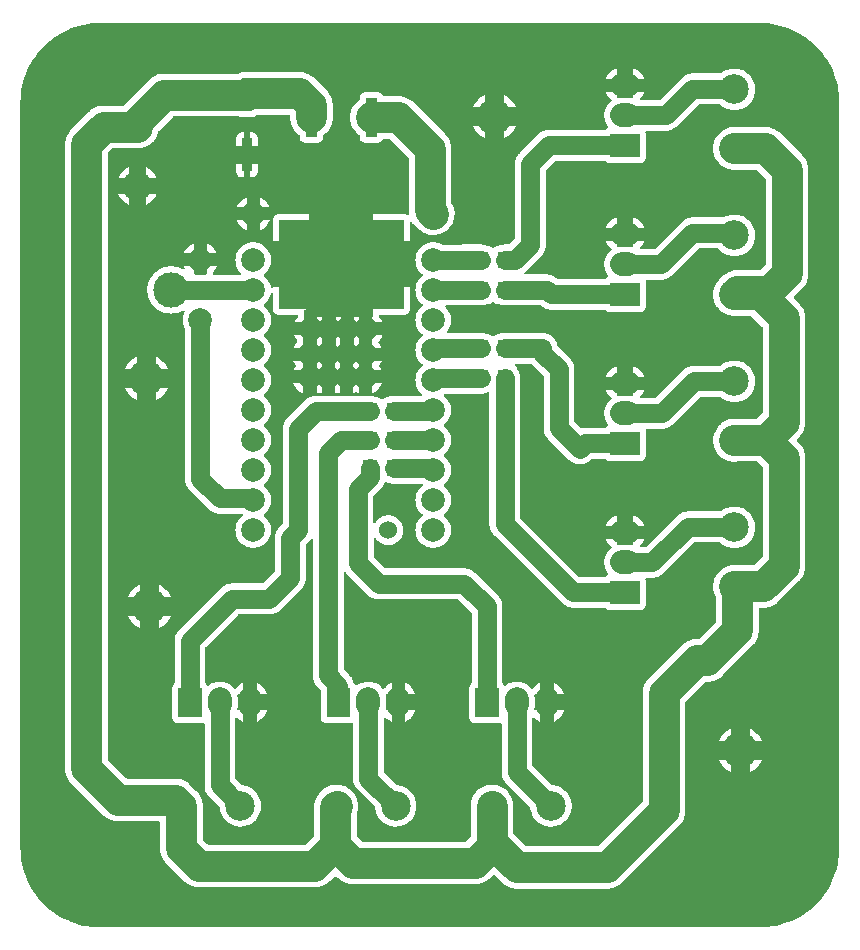
<source format=gbl>
G04 Layer: BottomLayer*
G04 EasyEDA v6.5.9, 2022-12-22 19:00:11*
G04 6f40e2f5e4d2417a89e148ba27438c90,5dd06754fdd742daa6fe38bf62b7df6b,10*
G04 Gerber Generator version 0.2*
G04 Scale: 100 percent, Rotated: No, Reflected: No *
G04 Dimensions in millimeters *
G04 leading zeros omitted , absolute positions ,4 integer and 5 decimal *
%FSLAX45Y45*%
%MOMM*%

%ADD10C,1.6000*%
%ADD11C,2.6000*%
%ADD12C,2.5000*%
%ADD13C,2.0000*%
%ADD14C,3.0000*%
%ADD15C,1.5240*%
%ADD16C,0.0132*%

%LPD*%
G36*
X1030986Y88595D02*
G01*
X995324Y89560D01*
X960221Y92354D01*
X925321Y96926D01*
X890676Y103378D01*
X856487Y111607D01*
X822706Y121615D01*
X789533Y133400D01*
X756970Y146862D01*
X725220Y162052D01*
X694283Y178866D01*
X664260Y197256D01*
X635254Y217220D01*
X607314Y238658D01*
X580542Y261569D01*
X555040Y285800D01*
X530809Y311353D01*
X507949Y338124D01*
X486511Y366064D01*
X466598Y395122D01*
X448208Y425145D01*
X431393Y456082D01*
X416255Y487883D01*
X402793Y520395D01*
X391058Y553618D01*
X381050Y587400D01*
X372872Y621639D01*
X366471Y656234D01*
X361899Y691184D01*
X359156Y726287D01*
X358190Y761644D01*
X358190Y7073442D01*
X359156Y7109358D01*
X361950Y7144461D01*
X366522Y7179360D01*
X372973Y7214006D01*
X381203Y7248194D01*
X391210Y7281976D01*
X402996Y7315149D01*
X416458Y7347712D01*
X431647Y7379462D01*
X448462Y7410399D01*
X466851Y7440422D01*
X486816Y7469428D01*
X508254Y7497368D01*
X531164Y7524140D01*
X555396Y7549642D01*
X580948Y7573873D01*
X607720Y7596733D01*
X635660Y7618171D01*
X664718Y7638084D01*
X694740Y7656474D01*
X725678Y7673289D01*
X757478Y7688427D01*
X790041Y7701889D01*
X823214Y7713624D01*
X856996Y7723631D01*
X891235Y7731810D01*
X925830Y7738211D01*
X960780Y7742783D01*
X995883Y7745577D01*
X1031240Y7746492D01*
X6618325Y7746492D01*
X6654241Y7745526D01*
X6689344Y7742732D01*
X6724243Y7738160D01*
X6758889Y7731709D01*
X6793128Y7723479D01*
X6826859Y7713472D01*
X6860082Y7701686D01*
X6892594Y7688224D01*
X6924344Y7673035D01*
X6955281Y7656220D01*
X6985304Y7637830D01*
X7014311Y7617866D01*
X7042251Y7596428D01*
X7069023Y7573518D01*
X7094575Y7549286D01*
X7118807Y7523734D01*
X7141667Y7496962D01*
X7163053Y7469022D01*
X7183018Y7439964D01*
X7201408Y7409942D01*
X7218172Y7379004D01*
X7233310Y7347203D01*
X7246772Y7314692D01*
X7258507Y7281468D01*
X7268514Y7247686D01*
X7276744Y7213447D01*
X7283145Y7178852D01*
X7287717Y7143902D01*
X7290460Y7108799D01*
X7291374Y7073442D01*
X7291374Y761644D01*
X7290409Y725728D01*
X7287666Y690626D01*
X7283043Y655726D01*
X7276592Y621080D01*
X7268362Y586841D01*
X7258354Y553110D01*
X7246620Y519938D01*
X7233107Y487375D01*
X7217918Y455625D01*
X7201103Y424688D01*
X7182713Y394665D01*
X7162749Y365658D01*
X7141311Y337718D01*
X7118451Y310946D01*
X7094169Y285445D01*
X7068616Y261213D01*
X7041845Y238353D01*
X7013905Y216916D01*
X6984898Y197002D01*
X6954824Y178612D01*
X6923887Y161798D01*
X6892086Y146659D01*
X6859574Y133197D01*
X6826351Y121462D01*
X6792620Y111455D01*
X6758381Y103276D01*
X6723735Y96875D01*
X6688836Y92303D01*
X6653733Y89509D01*
X6618325Y88595D01*
G37*

%LPC*%
G36*
X5544667Y7274204D02*
G01*
X5640070Y7274204D01*
X5636361Y7283145D01*
X5628233Y7297877D01*
X5618429Y7311644D01*
X5607202Y7324242D01*
X5594604Y7335469D01*
X5580837Y7345273D01*
X5566105Y7353401D01*
X5550509Y7359853D01*
X5544667Y7361529D01*
G37*
G36*
X5311495Y7274204D02*
G01*
X5406948Y7274204D01*
X5406948Y7361529D01*
X5401106Y7359853D01*
X5385511Y7353401D01*
X5370728Y7345273D01*
X5356961Y7335469D01*
X5344414Y7324242D01*
X5333136Y7311644D01*
X5323382Y7297877D01*
X5315204Y7283145D01*
G37*
G36*
X4187850Y7034631D02*
G01*
X4289552Y7034631D01*
X4289552Y7136282D01*
X4276394Y7130084D01*
X4259529Y7119975D01*
X4243730Y7108240D01*
X4229150Y7095032D01*
X4215942Y7080453D01*
X4204208Y7064654D01*
X4194098Y7047788D01*
G37*
G36*
X4452264Y7034631D02*
G01*
X4553915Y7034631D01*
X4547717Y7047788D01*
X4537608Y7064654D01*
X4525873Y7080453D01*
X4512665Y7095032D01*
X4498086Y7108240D01*
X4482287Y7119975D01*
X4465421Y7130084D01*
X4452264Y7136282D01*
G37*
G36*
X4289552Y6770217D02*
G01*
X4289552Y6871919D01*
X4187850Y6871919D01*
X4194098Y6858762D01*
X4204208Y6841896D01*
X4215942Y6826097D01*
X4229150Y6811518D01*
X4243730Y6798309D01*
X4259529Y6786575D01*
X4276394Y6776466D01*
G37*
G36*
X4452264Y6770217D02*
G01*
X4465421Y6776466D01*
X4482287Y6786575D01*
X4498086Y6798309D01*
X4512665Y6811518D01*
X4525873Y6826097D01*
X4537608Y6841896D01*
X4547717Y6858762D01*
X4553915Y6871919D01*
X4452264Y6871919D01*
G37*
G36*
X2225090Y942187D02*
G01*
X2243124Y943559D01*
X2260904Y946810D01*
X2278227Y951839D01*
X2294991Y958646D01*
X2310942Y967181D01*
X2325928Y977239D01*
X2339797Y988821D01*
X2352395Y1001776D01*
X2363622Y1015898D01*
X2373325Y1031189D01*
X2381402Y1047343D01*
X2387752Y1064209D01*
X2392375Y1081684D01*
X2395118Y1099566D01*
X2396083Y1117600D01*
X2395118Y1135634D01*
X2392375Y1153515D01*
X2387752Y1170990D01*
X2381402Y1187856D01*
X2373325Y1204010D01*
X2363622Y1219301D01*
X2352395Y1233424D01*
X2339797Y1246378D01*
X2325928Y1257960D01*
X2310942Y1268018D01*
X2294991Y1276553D01*
X2278227Y1283360D01*
X2260904Y1288389D01*
X2243124Y1291640D01*
X2233879Y1292352D01*
X2230374Y1293266D01*
X2227478Y1295298D01*
X2180285Y1342491D01*
X2178050Y1345793D01*
X2177288Y1349654D01*
X2177288Y1855063D01*
X2178050Y1858873D01*
X2180132Y1862124D01*
X2183282Y1864360D01*
X2187092Y1865223D01*
X2190902Y1864614D01*
X2194204Y1862632D01*
X2206955Y1851253D01*
X2220722Y1841500D01*
X2235504Y1833321D01*
X2244445Y1829612D01*
X2244445Y1925066D01*
X2203754Y1925066D01*
X2199487Y1925980D01*
X2196033Y1928672D01*
X2194001Y1932533D01*
X2193747Y1936902D01*
X2196338Y1952040D01*
X2197303Y1969160D01*
X2197303Y2018639D01*
X2196338Y2035759D01*
X2193747Y2050897D01*
X2194001Y2055266D01*
X2196033Y2059127D01*
X2199487Y2061819D01*
X2203754Y2062734D01*
X2244445Y2062734D01*
X2244445Y2158187D01*
X2235504Y2154478D01*
X2220722Y2146300D01*
X2206955Y2136546D01*
X2194407Y2125319D01*
X2183130Y2112721D01*
X2182063Y2111197D01*
X2179320Y2108555D01*
X2175713Y2107133D01*
X2171852Y2107133D01*
X2168296Y2108555D01*
X2165502Y2111197D01*
X2164435Y2112721D01*
X2153208Y2125319D01*
X2140610Y2136546D01*
X2126843Y2146300D01*
X2112111Y2154478D01*
X2096516Y2160930D01*
X2080310Y2165604D01*
X2063648Y2168448D01*
X2046782Y2169363D01*
X2029968Y2168448D01*
X2013305Y2165604D01*
X1997100Y2160930D01*
X1981504Y2154478D01*
X1966722Y2146300D01*
X1953209Y2136698D01*
X1949094Y2134971D01*
X1944725Y2135174D01*
X1940814Y2137206D01*
X1938121Y2140712D01*
X1936496Y2144115D01*
X1931466Y2151329D01*
X1926285Y2156510D01*
X1924050Y2159812D01*
X1923288Y2163673D01*
X1923288Y2456332D01*
X1924050Y2460244D01*
X1926285Y2463546D01*
X2199487Y2736748D01*
X2202789Y2738932D01*
X2206650Y2739694D01*
X2465679Y2739694D01*
X2477414Y2740202D01*
X2480919Y2740558D01*
X2492451Y2742438D01*
X2495854Y2743200D01*
X2507081Y2746400D01*
X2510383Y2747518D01*
X2521204Y2751988D01*
X2524353Y2753512D01*
X2534513Y2759202D01*
X2537460Y2761081D01*
X2546959Y2767939D01*
X2549652Y2770124D01*
X2558338Y2778099D01*
X2735834Y2955544D01*
X2745994Y2966923D01*
X2752801Y2976422D01*
X2754680Y2979369D01*
X2760370Y2989580D01*
X2761894Y2992729D01*
X2766364Y3003499D01*
X2767533Y3006801D01*
X2770733Y3018028D01*
X2773324Y3033014D01*
X2773680Y3036468D01*
X2774188Y3048203D01*
X2774188Y3327552D01*
X2774950Y3331413D01*
X2777185Y3334715D01*
X2802229Y3359759D01*
X2810052Y3368294D01*
X2815336Y3375304D01*
X2818536Y3377996D01*
X2822549Y3379266D01*
X2826664Y3378758D01*
X2830271Y3376625D01*
X2832709Y3373221D01*
X2833573Y3369106D01*
X2833573Y2222703D01*
X2834132Y2210968D01*
X2834487Y2207514D01*
X2836316Y2195982D01*
X2837078Y2192528D01*
X2840278Y2181301D01*
X2841396Y2177999D01*
X2845866Y2167229D01*
X2847390Y2164080D01*
X2853131Y2153869D01*
X2855010Y2150922D01*
X2861818Y2141423D01*
X2871978Y2130044D01*
X2896616Y2105406D01*
X2898851Y2102104D01*
X2899613Y2098243D01*
X2899613Y1869338D01*
X2900426Y1860143D01*
X2902712Y1851660D01*
X2906420Y1843684D01*
X2911449Y1836470D01*
X2917647Y1830222D01*
X2924860Y1825193D01*
X2932836Y1821484D01*
X2941320Y1819198D01*
X2950565Y1818386D01*
X3149650Y1818386D01*
X3158845Y1819198D01*
X3160826Y1819706D01*
X3164484Y1820011D01*
X3168040Y1818944D01*
X3170986Y1816709D01*
X3172917Y1813560D01*
X3173628Y1809902D01*
X3173628Y1348790D01*
X3174136Y1337005D01*
X3174492Y1333550D01*
X3176320Y1322019D01*
X3177082Y1318615D01*
X3180283Y1307388D01*
X3181451Y1304036D01*
X3185922Y1293266D01*
X3187446Y1290116D01*
X3193135Y1279906D01*
X3195015Y1276959D01*
X3201822Y1267510D01*
X3204057Y1264767D01*
X3211982Y1256131D01*
X3357270Y1110843D01*
X3359251Y1107998D01*
X3360165Y1104696D01*
X3361639Y1090574D01*
X3365347Y1072896D01*
X3370834Y1055674D01*
X3378047Y1039164D01*
X3386988Y1023416D01*
X3397453Y1008684D01*
X3409391Y995121D01*
X3422650Y982827D01*
X3437077Y972007D01*
X3452571Y962710D01*
X3468928Y955040D01*
X3485997Y949096D01*
X3503574Y944981D01*
X3521506Y942644D01*
X3539540Y942187D01*
X3557574Y943559D01*
X3575354Y946810D01*
X3592677Y951839D01*
X3609441Y958646D01*
X3625392Y967181D01*
X3640378Y977239D01*
X3654247Y988821D01*
X3666845Y1001776D01*
X3678072Y1015898D01*
X3687775Y1031189D01*
X3695852Y1047343D01*
X3702202Y1064209D01*
X3706825Y1081684D01*
X3709568Y1099566D01*
X3710533Y1117600D01*
X3709568Y1135634D01*
X3706825Y1153515D01*
X3702202Y1170990D01*
X3695852Y1187856D01*
X3687775Y1204010D01*
X3678072Y1219301D01*
X3666845Y1233424D01*
X3654247Y1246378D01*
X3640378Y1257960D01*
X3625392Y1268018D01*
X3609441Y1276553D01*
X3592677Y1283360D01*
X3575354Y1288389D01*
X3557574Y1291640D01*
X3548278Y1292352D01*
X3544824Y1293266D01*
X3541877Y1295298D01*
X3437585Y1399641D01*
X3435350Y1402943D01*
X3434587Y1406804D01*
X3434587Y1855063D01*
X3435350Y1858873D01*
X3437432Y1862124D01*
X3440582Y1864360D01*
X3444392Y1865223D01*
X3448202Y1864614D01*
X3451504Y1862632D01*
X3464255Y1851253D01*
X3478022Y1841500D01*
X3492804Y1833321D01*
X3501745Y1829612D01*
X3501745Y1925066D01*
X3461054Y1925066D01*
X3456787Y1925980D01*
X3453333Y1928672D01*
X3451301Y1932533D01*
X3451047Y1936902D01*
X3453637Y1952040D01*
X3454603Y1969160D01*
X3454603Y2018588D01*
X3453637Y2035759D01*
X3451047Y2050897D01*
X3451301Y2055266D01*
X3453333Y2059127D01*
X3456787Y2061819D01*
X3461054Y2062734D01*
X3501745Y2062734D01*
X3501745Y2158187D01*
X3492804Y2154478D01*
X3478022Y2146300D01*
X3464255Y2136546D01*
X3451707Y2125319D01*
X3440429Y2112721D01*
X3439363Y2111197D01*
X3436620Y2108555D01*
X3433013Y2107133D01*
X3429152Y2107133D01*
X3425596Y2108555D01*
X3422802Y2111197D01*
X3421735Y2112721D01*
X3410508Y2125319D01*
X3397910Y2136546D01*
X3384143Y2146300D01*
X3369411Y2154478D01*
X3353815Y2160930D01*
X3337610Y2165604D01*
X3320948Y2168448D01*
X3304082Y2169363D01*
X3287268Y2168448D01*
X3270605Y2165604D01*
X3254400Y2160930D01*
X3238804Y2154478D01*
X3224022Y2146300D01*
X3210509Y2136698D01*
X3206394Y2134971D01*
X3202025Y2135174D01*
X3198114Y2137206D01*
X3195421Y2140712D01*
X3193796Y2144115D01*
X3188766Y2151329D01*
X3178911Y2160981D01*
X3177438Y2164638D01*
X3177082Y2166569D01*
X3173933Y2177694D01*
X3172764Y2180996D01*
X3168294Y2191766D01*
X3166770Y2194915D01*
X3161080Y2205126D01*
X3159201Y2208072D01*
X3152343Y2217572D01*
X3150158Y2220264D01*
X3142234Y2228951D01*
X3097580Y2273554D01*
X3095345Y2276856D01*
X3094583Y2280767D01*
X3094583Y3089046D01*
X3095447Y3093110D01*
X3097885Y3096514D01*
X3101492Y3098647D01*
X3105658Y3099155D01*
X3109671Y3097936D01*
X3112820Y3095193D01*
X3118154Y3088233D01*
X3125978Y3079648D01*
X3300577Y2905099D01*
X3309213Y2897124D01*
X3321405Y2888081D01*
X3324351Y2886202D01*
X3334562Y2880512D01*
X3337712Y2878988D01*
X3348532Y2874518D01*
X3351834Y2873400D01*
X3363061Y2870200D01*
X3366465Y2869438D01*
X3377996Y2867558D01*
X3381501Y2867202D01*
X3393236Y2866694D01*
X4058615Y2866694D01*
X4062526Y2865932D01*
X4065828Y2863748D01*
X4173931Y2755646D01*
X4176115Y2752344D01*
X4176928Y2748432D01*
X4176928Y2163673D01*
X4176115Y2159812D01*
X4173931Y2156510D01*
X4168749Y2151329D01*
X4163720Y2144115D01*
X4160012Y2136140D01*
X4157726Y2127656D01*
X4156913Y2118461D01*
X4156913Y1869338D01*
X4157726Y1860143D01*
X4160012Y1851660D01*
X4163720Y1843684D01*
X4168749Y1836470D01*
X4174947Y1830222D01*
X4182160Y1825193D01*
X4190136Y1821484D01*
X4198620Y1819198D01*
X4207865Y1818386D01*
X4406950Y1818386D01*
X4416145Y1819198D01*
X4418126Y1819706D01*
X4421784Y1820011D01*
X4425340Y1818944D01*
X4428286Y1816709D01*
X4430217Y1813560D01*
X4430928Y1809902D01*
X4430928Y1405940D01*
X4431436Y1394155D01*
X4431792Y1390700D01*
X4433620Y1379169D01*
X4434382Y1375765D01*
X4437583Y1364538D01*
X4438751Y1361186D01*
X4443222Y1350416D01*
X4444746Y1347266D01*
X4450435Y1337056D01*
X4452315Y1334109D01*
X4459122Y1324660D01*
X4461357Y1321917D01*
X4469282Y1313281D01*
X4671720Y1110843D01*
X4673701Y1107998D01*
X4674616Y1104696D01*
X4676089Y1090574D01*
X4679797Y1072896D01*
X4685284Y1055674D01*
X4692497Y1039164D01*
X4701438Y1023416D01*
X4711903Y1008684D01*
X4723841Y995121D01*
X4737100Y982827D01*
X4751527Y972007D01*
X4767021Y962710D01*
X4783378Y955040D01*
X4800447Y949096D01*
X4818024Y944981D01*
X4835956Y942644D01*
X4853990Y942187D01*
X4872024Y943559D01*
X4889804Y946810D01*
X4907127Y951839D01*
X4923891Y958646D01*
X4939842Y967181D01*
X4954828Y977239D01*
X4968697Y988821D01*
X4981295Y1001776D01*
X4992522Y1015898D01*
X5002225Y1031189D01*
X5010302Y1047343D01*
X5016652Y1064209D01*
X5021275Y1081684D01*
X5024018Y1099566D01*
X5024983Y1117600D01*
X5024018Y1135634D01*
X5021275Y1153515D01*
X5016652Y1170990D01*
X5010302Y1187856D01*
X5002225Y1204010D01*
X4992522Y1219301D01*
X4981295Y1233424D01*
X4968697Y1246378D01*
X4954828Y1257960D01*
X4939842Y1268018D01*
X4923891Y1276553D01*
X4907127Y1283360D01*
X4889804Y1288389D01*
X4872024Y1291640D01*
X4862728Y1292352D01*
X4859274Y1293266D01*
X4856327Y1295298D01*
X4694885Y1456791D01*
X4692650Y1460093D01*
X4691888Y1463954D01*
X4691888Y1855063D01*
X4692650Y1858873D01*
X4694732Y1862124D01*
X4697882Y1864360D01*
X4701692Y1865223D01*
X4705502Y1864614D01*
X4708804Y1862632D01*
X4721555Y1851253D01*
X4735322Y1841500D01*
X4750104Y1833321D01*
X4759045Y1829612D01*
X4759045Y1925066D01*
X4718354Y1925066D01*
X4714087Y1925980D01*
X4710633Y1928672D01*
X4708601Y1932533D01*
X4708347Y1936902D01*
X4710938Y1952040D01*
X4711903Y1969160D01*
X4711903Y2018588D01*
X4710938Y2035759D01*
X4708347Y2050897D01*
X4708601Y2055266D01*
X4710633Y2059127D01*
X4714087Y2061819D01*
X4718354Y2062734D01*
X4759045Y2062734D01*
X4759045Y2158187D01*
X4750104Y2154478D01*
X4735322Y2146300D01*
X4721555Y2136546D01*
X4709007Y2125319D01*
X4697730Y2112721D01*
X4696663Y2111197D01*
X4693920Y2108555D01*
X4690313Y2107133D01*
X4686452Y2107133D01*
X4682896Y2108555D01*
X4680102Y2111197D01*
X4679035Y2112721D01*
X4667808Y2125319D01*
X4655210Y2136546D01*
X4641443Y2146300D01*
X4626711Y2154478D01*
X4611116Y2160930D01*
X4594910Y2165604D01*
X4578248Y2168448D01*
X4561382Y2169363D01*
X4544568Y2168448D01*
X4527905Y2165604D01*
X4511700Y2160930D01*
X4496104Y2154478D01*
X4481322Y2146300D01*
X4467809Y2136698D01*
X4463694Y2134971D01*
X4459325Y2135174D01*
X4455414Y2137206D01*
X4452721Y2140661D01*
X4451096Y2144115D01*
X4446066Y2151329D01*
X4440885Y2156510D01*
X4438650Y2159812D01*
X4437888Y2163673D01*
X4437888Y2806496D01*
X4437380Y2818231D01*
X4437024Y2821686D01*
X4434433Y2836672D01*
X4431233Y2847898D01*
X4430064Y2851200D01*
X4425594Y2861970D01*
X4424070Y2865120D01*
X4418380Y2875330D01*
X4416501Y2878277D01*
X4409694Y2887776D01*
X4407458Y2890469D01*
X4399534Y2899105D01*
X4209338Y3089300D01*
X4200652Y3097276D01*
X4197959Y3099460D01*
X4188460Y3106318D01*
X4185513Y3108198D01*
X4175353Y3113887D01*
X4172204Y3115411D01*
X4161383Y3119882D01*
X4158081Y3120999D01*
X4146854Y3124200D01*
X4143451Y3124962D01*
X4131919Y3126841D01*
X4128414Y3127197D01*
X4116679Y3127705D01*
X3451250Y3127705D01*
X3447389Y3128467D01*
X3444087Y3130651D01*
X3351580Y3223158D01*
X3349345Y3226460D01*
X3348583Y3230372D01*
X3348583Y3375660D01*
X3349548Y3379927D01*
X3352139Y3383381D01*
X3356000Y3385464D01*
X3360369Y3385667D01*
X3364433Y3384092D01*
X3367836Y3380232D01*
X3377285Y3368192D01*
X3388106Y3357372D01*
X3400145Y3347923D01*
X3413251Y3340049D01*
X3427171Y3333750D01*
X3441801Y3329228D01*
X3456838Y3326434D01*
X3472078Y3325520D01*
X3487369Y3326434D01*
X3502406Y3329228D01*
X3517036Y3333750D01*
X3530955Y3340049D01*
X3544062Y3347923D01*
X3556101Y3357372D01*
X3566922Y3368192D01*
X3576370Y3380232D01*
X3584244Y3393338D01*
X3590544Y3407257D01*
X3595115Y3421887D01*
X3597859Y3436924D01*
X3598773Y3452215D01*
X3597859Y3467455D01*
X3595115Y3482492D01*
X3590544Y3497122D01*
X3584244Y3511092D01*
X3576370Y3524148D01*
X3566922Y3536187D01*
X3556101Y3547008D01*
X3544062Y3556457D01*
X3530955Y3564382D01*
X3517036Y3570630D01*
X3502406Y3575202D01*
X3487369Y3577945D01*
X3472078Y3578860D01*
X3456838Y3577945D01*
X3441801Y3575202D01*
X3427171Y3570630D01*
X3413251Y3564382D01*
X3400145Y3556457D01*
X3388106Y3547008D01*
X3377285Y3536187D01*
X3367836Y3524148D01*
X3364534Y3518712D01*
X3361537Y3515563D01*
X3357473Y3513937D01*
X3353104Y3514191D01*
X3349294Y3516223D01*
X3346653Y3519678D01*
X3345687Y3523945D01*
X3345687Y3739032D01*
X3346450Y3742944D01*
X3348685Y3746246D01*
X3408679Y3806190D01*
X3416604Y3814876D01*
X3418789Y3817569D01*
X3425647Y3827068D01*
X3427526Y3830015D01*
X3433216Y3840226D01*
X3434740Y3843375D01*
X3437890Y3850944D01*
X3439871Y3854043D01*
X3442766Y3856177D01*
X3446272Y3857193D01*
X3460343Y3855770D01*
X3462274Y3855770D01*
X3466287Y3854907D01*
X3471926Y3852468D01*
X3486454Y3848150D01*
X3501390Y3845509D01*
X3516833Y3844594D01*
X3753154Y3844594D01*
X3756253Y3844137D01*
X3760774Y3841496D01*
X3763467Y3838701D01*
X3764889Y3835146D01*
X3764889Y3831285D01*
X3763467Y3827678D01*
X3760774Y3824935D01*
X3759301Y3823868D01*
X3746703Y3812590D01*
X3735476Y3800043D01*
X3725672Y3786276D01*
X3717544Y3771493D01*
X3711041Y3755898D01*
X3706418Y3739692D01*
X3703574Y3723030D01*
X3702608Y3706215D01*
X3703574Y3689350D01*
X3706418Y3672738D01*
X3711041Y3656482D01*
X3717544Y3640886D01*
X3725672Y3626154D01*
X3735476Y3612387D01*
X3746703Y3599789D01*
X3759301Y3588562D01*
X3760774Y3587496D01*
X3763467Y3584701D01*
X3764889Y3581146D01*
X3764889Y3577285D01*
X3763467Y3573678D01*
X3760774Y3570935D01*
X3759301Y3569868D01*
X3746703Y3558590D01*
X3735476Y3546043D01*
X3725672Y3532276D01*
X3717544Y3517493D01*
X3711041Y3501898D01*
X3706418Y3485692D01*
X3703574Y3469030D01*
X3702608Y3452215D01*
X3703574Y3435350D01*
X3706418Y3418738D01*
X3711041Y3402482D01*
X3717544Y3386886D01*
X3725672Y3372154D01*
X3735476Y3358387D01*
X3746703Y3345789D01*
X3759301Y3334562D01*
X3773017Y3324809D01*
X3787800Y3316630D01*
X3803396Y3310178D01*
X3819601Y3305505D01*
X3836263Y3302660D01*
X3853078Y3301746D01*
X3869944Y3302660D01*
X3886606Y3305505D01*
X3902811Y3310178D01*
X3918407Y3316630D01*
X3933139Y3324809D01*
X3946906Y3334562D01*
X3959504Y3345789D01*
X3970731Y3358387D01*
X3980535Y3372154D01*
X3988663Y3386886D01*
X3995115Y3402482D01*
X3999788Y3418738D01*
X4002633Y3435350D01*
X4003598Y3452215D01*
X4002633Y3469030D01*
X3999788Y3485692D01*
X3995115Y3501898D01*
X3988663Y3517493D01*
X3980535Y3532276D01*
X3970731Y3546043D01*
X3959504Y3558590D01*
X3946906Y3569868D01*
X3945432Y3570935D01*
X3942740Y3573678D01*
X3941318Y3577285D01*
X3941318Y3581146D01*
X3942740Y3584701D01*
X3945432Y3587496D01*
X3946906Y3588562D01*
X3959504Y3599789D01*
X3970731Y3612387D01*
X3980535Y3626154D01*
X3988663Y3640886D01*
X3995115Y3656482D01*
X3999788Y3672738D01*
X4002633Y3689350D01*
X4003598Y3706215D01*
X4002633Y3723030D01*
X3999788Y3739692D01*
X3995115Y3755898D01*
X3988663Y3771493D01*
X3980535Y3786276D01*
X3970731Y3800043D01*
X3959504Y3812590D01*
X3946906Y3823868D01*
X3945432Y3824935D01*
X3942740Y3827678D01*
X3941318Y3831285D01*
X3941318Y3835146D01*
X3942740Y3838701D01*
X3945432Y3841496D01*
X3946906Y3842562D01*
X3959504Y3853789D01*
X3970731Y3866387D01*
X3980535Y3880154D01*
X3988663Y3894886D01*
X3995115Y3910482D01*
X3999788Y3926738D01*
X4002633Y3943350D01*
X4003598Y3960215D01*
X4002633Y3977030D01*
X3999788Y3993692D01*
X3995115Y4009898D01*
X3988663Y4025493D01*
X3980535Y4040276D01*
X3970731Y4054043D01*
X3959504Y4066590D01*
X3946906Y4077868D01*
X3945432Y4078935D01*
X3942740Y4081678D01*
X3941318Y4085285D01*
X3941318Y4089146D01*
X3942740Y4092701D01*
X3945432Y4095496D01*
X3946906Y4096562D01*
X3959504Y4107789D01*
X3970731Y4120387D01*
X3980535Y4134154D01*
X3988663Y4148886D01*
X3995115Y4164482D01*
X3999788Y4180738D01*
X4002633Y4197350D01*
X4003598Y4214215D01*
X4002633Y4231030D01*
X3999788Y4247692D01*
X3995115Y4263898D01*
X3988663Y4279493D01*
X3980535Y4294276D01*
X3970731Y4308043D01*
X3959504Y4320590D01*
X3946906Y4331868D01*
X3945432Y4332935D01*
X3942740Y4335678D01*
X3941318Y4339285D01*
X3941318Y4343146D01*
X3942740Y4346702D01*
X3945432Y4349496D01*
X3946906Y4350562D01*
X3959504Y4361789D01*
X3970731Y4374388D01*
X3980535Y4388154D01*
X3988663Y4402886D01*
X3995115Y4418482D01*
X3999788Y4434738D01*
X4002633Y4451350D01*
X4003598Y4468215D01*
X4002633Y4485030D01*
X3999788Y4501692D01*
X3995115Y4517898D01*
X3988663Y4533493D01*
X3980535Y4548276D01*
X3970731Y4562043D01*
X3959504Y4574590D01*
X3946906Y4585868D01*
X3945432Y4586935D01*
X3942740Y4589678D01*
X3941318Y4593285D01*
X3941318Y4597146D01*
X3942740Y4600702D01*
X3945432Y4603496D01*
X3949954Y4606137D01*
X3953052Y4606594D01*
X4257903Y4606594D01*
X4273346Y4607509D01*
X4288282Y4610150D01*
X4302810Y4614468D01*
X4308449Y4616907D01*
X4312005Y4617720D01*
X4317085Y4617974D01*
X4321098Y4617364D01*
X4324553Y4615180D01*
X4326890Y4611827D01*
X4327702Y4607814D01*
X4327702Y3507028D01*
X4328210Y3495294D01*
X4328566Y3491788D01*
X4330446Y3480257D01*
X4331208Y3476853D01*
X4334357Y3465626D01*
X4335526Y3462324D01*
X4339996Y3451504D01*
X4341520Y3448354D01*
X4347210Y3438144D01*
X4349089Y3435197D01*
X4355947Y3425748D01*
X4358132Y3423056D01*
X4366107Y3414369D01*
X4947361Y2833116D01*
X4955997Y2825191D01*
X4958740Y2822956D01*
X4968189Y2816148D01*
X4971135Y2814269D01*
X4981346Y2808579D01*
X4984496Y2807055D01*
X4995265Y2802585D01*
X4998567Y2801416D01*
X5009845Y2798216D01*
X5013248Y2797454D01*
X5024780Y2795625D01*
X5028234Y2795270D01*
X5039969Y2794762D01*
X5306009Y2794762D01*
X5309870Y2793949D01*
X5313172Y2791764D01*
X5318353Y2786583D01*
X5325567Y2781554D01*
X5333542Y2777845D01*
X5342026Y2775559D01*
X5351221Y2774746D01*
X5600344Y2774746D01*
X5609539Y2775559D01*
X5618073Y2777845D01*
X5626049Y2781554D01*
X5633212Y2786583D01*
X5639460Y2792780D01*
X5644489Y2799994D01*
X5648198Y2807970D01*
X5650484Y2816453D01*
X5651296Y2825699D01*
X5651296Y3024784D01*
X5650484Y3033979D01*
X5649976Y3035960D01*
X5649671Y3039618D01*
X5650738Y3043174D01*
X5652973Y3046120D01*
X5656122Y3048050D01*
X5659780Y3048762D01*
X5708396Y3048762D01*
X5720130Y3049270D01*
X5723636Y3049625D01*
X5735167Y3051454D01*
X5738571Y3052216D01*
X5749798Y3055416D01*
X5753100Y3056585D01*
X5763920Y3061055D01*
X5767070Y3062579D01*
X5777280Y3068269D01*
X5780227Y3070148D01*
X5789676Y3076956D01*
X5792419Y3079191D01*
X5801055Y3087116D01*
X6060287Y3346348D01*
X6063589Y3348532D01*
X6067450Y3349294D01*
X6277508Y3349294D01*
X6281115Y3348634D01*
X6284214Y3346754D01*
X6294018Y3338169D01*
X6308699Y3327704D01*
X6324447Y3318814D01*
X6341008Y3311601D01*
X6358229Y3306114D01*
X6375908Y3302406D01*
X6393891Y3300526D01*
X6411925Y3300526D01*
X6429908Y3302406D01*
X6447586Y3306114D01*
X6464808Y3311601D01*
X6481368Y3318814D01*
X6497066Y3327704D01*
X6511798Y3338169D01*
X6525361Y3350107D01*
X6537655Y3363366D01*
X6548475Y3377844D01*
X6557772Y3393338D01*
X6565442Y3409696D01*
X6571386Y3426764D01*
X6575552Y3444341D01*
X6577838Y3462223D01*
X6578346Y3480308D01*
X6576923Y3498342D01*
X6573672Y3516071D01*
X6568643Y3533444D01*
X6561836Y3550158D01*
X6553352Y3566109D01*
X6543243Y3581095D01*
X6531660Y3594963D01*
X6518757Y3607612D01*
X6504584Y3618788D01*
X6489344Y3628491D01*
X6473190Y3636568D01*
X6456273Y3642969D01*
X6438798Y3647541D01*
X6420967Y3650335D01*
X6402882Y3651250D01*
X6384848Y3650335D01*
X6367018Y3647541D01*
X6349542Y3642969D01*
X6332626Y3636568D01*
X6316472Y3628491D01*
X6301232Y3618788D01*
X6293256Y3612489D01*
X6290259Y3610864D01*
X6286906Y3610305D01*
X6009436Y3610305D01*
X5997702Y3609797D01*
X5994196Y3609441D01*
X5982665Y3607562D01*
X5979261Y3606800D01*
X5968034Y3603599D01*
X5964732Y3602482D01*
X5953912Y3598011D01*
X5950762Y3596487D01*
X5940552Y3590798D01*
X5937605Y3588918D01*
X5925413Y3579876D01*
X5916777Y3571900D01*
X5657545Y3312718D01*
X5654243Y3310483D01*
X5650382Y3309721D01*
X5614619Y3309721D01*
X5610809Y3310483D01*
X5607558Y3312566D01*
X5605373Y3315715D01*
X5604459Y3319526D01*
X5605068Y3323336D01*
X5607050Y3326637D01*
X5618429Y3339388D01*
X5628233Y3353155D01*
X5636361Y3367938D01*
X5640070Y3376879D01*
X5544667Y3376879D01*
X5544667Y3336188D01*
X5543702Y3331921D01*
X5541060Y3328466D01*
X5537149Y3326434D01*
X5532780Y3326180D01*
X5517642Y3328771D01*
X5500522Y3329736D01*
X5451094Y3329736D01*
X5433974Y3328771D01*
X5418836Y3326180D01*
X5414416Y3326434D01*
X5410555Y3328466D01*
X5407914Y3331921D01*
X5406948Y3336188D01*
X5406948Y3376879D01*
X5311495Y3376879D01*
X5315204Y3367938D01*
X5323382Y3353155D01*
X5333136Y3339388D01*
X5344414Y3326841D01*
X5356961Y3315563D01*
X5358485Y3314496D01*
X5361127Y3311753D01*
X5362600Y3308146D01*
X5362600Y3304286D01*
X5361127Y3300729D01*
X5358485Y3297936D01*
X5356961Y3296869D01*
X5344414Y3285642D01*
X5333136Y3273044D01*
X5323382Y3259277D01*
X5315204Y3244545D01*
X5308752Y3228949D01*
X5304078Y3212693D01*
X5301284Y3196082D01*
X5300319Y3179216D01*
X5301284Y3162401D01*
X5304078Y3145739D01*
X5308752Y3129534D01*
X5315204Y3113938D01*
X5323382Y3099155D01*
X5332984Y3085642D01*
X5334711Y3081528D01*
X5334558Y3077159D01*
X5332526Y3073247D01*
X5329021Y3070555D01*
X5325567Y3068929D01*
X5318353Y3063900D01*
X5313172Y3058718D01*
X5309870Y3056483D01*
X5306009Y3055721D01*
X5098034Y3055721D01*
X5094122Y3056483D01*
X5090871Y3058718D01*
X4591659Y3557879D01*
X4589475Y3561181D01*
X4588713Y3565042D01*
X4588713Y4736795D01*
X4587798Y4752238D01*
X4585157Y4767173D01*
X4580788Y4781702D01*
X4574794Y4795672D01*
X4567224Y4808778D01*
X4564786Y4813350D01*
X4562246Y4823256D01*
X4558538Y4831181D01*
X4553508Y4838395D01*
X4548632Y4843272D01*
X4546396Y4846574D01*
X4545634Y4850434D01*
X4546396Y4854346D01*
X4548632Y4857648D01*
X4551883Y4859832D01*
X4555794Y4860594D01*
X4680915Y4860594D01*
X4684826Y4859832D01*
X4688128Y4857648D01*
X4783531Y4762246D01*
X4785715Y4758944D01*
X4786528Y4755032D01*
X4786528Y4318203D01*
X4787036Y4306468D01*
X4787392Y4303014D01*
X4789220Y4291482D01*
X4789982Y4288028D01*
X4793183Y4276801D01*
X4794351Y4273499D01*
X4798822Y4262729D01*
X4800346Y4259580D01*
X4806035Y4249369D01*
X4807915Y4246422D01*
X4814722Y4236923D01*
X4824882Y4225544D01*
X5002428Y4048048D01*
X5008067Y4042714D01*
X5013858Y4037837D01*
X5019954Y4033316D01*
X5026304Y4029151D01*
X5032857Y4025341D01*
X5039664Y4021937D01*
X5046624Y4018940D01*
X5053736Y4016349D01*
X5061051Y4014165D01*
X5068417Y4012387D01*
X5075885Y4011066D01*
X5083403Y4010202D01*
X5091023Y4009745D01*
X5098592Y4009745D01*
X5106162Y4010202D01*
X5113731Y4011066D01*
X5121198Y4012387D01*
X5128564Y4014165D01*
X5135829Y4016349D01*
X5142992Y4018940D01*
X5149951Y4021937D01*
X5156708Y4025341D01*
X5163312Y4029151D01*
X5169662Y4033316D01*
X5175758Y4037837D01*
X5181549Y4042714D01*
X5192471Y4053281D01*
X5195722Y4055516D01*
X5199634Y4056278D01*
X5306009Y4056278D01*
X5309870Y4055516D01*
X5313172Y4053281D01*
X5318353Y4048099D01*
X5325567Y4043070D01*
X5333542Y4039362D01*
X5342026Y4037076D01*
X5351221Y4036263D01*
X5600344Y4036263D01*
X5609539Y4037076D01*
X5618073Y4039362D01*
X5626049Y4043070D01*
X5633212Y4048099D01*
X5639460Y4054348D01*
X5644489Y4061561D01*
X5648198Y4069486D01*
X5650484Y4078020D01*
X5651296Y4087215D01*
X5651296Y4286300D01*
X5650484Y4295546D01*
X5649976Y4297476D01*
X5649671Y4301185D01*
X5650738Y4304741D01*
X5652973Y4307687D01*
X5656122Y4309618D01*
X5659780Y4310278D01*
X5788863Y4310278D01*
X5800598Y4310786D01*
X5804052Y4311142D01*
X5815584Y4313021D01*
X5819038Y4313783D01*
X5830265Y4316933D01*
X5833567Y4318101D01*
X5844336Y4322572D01*
X5847486Y4324096D01*
X5857697Y4329785D01*
X5860643Y4331665D01*
X5870143Y4338523D01*
X5872835Y4340707D01*
X5881522Y4348632D01*
X6111138Y4578248D01*
X6114389Y4580483D01*
X6118301Y4581245D01*
X6282131Y4581347D01*
X6285738Y4580686D01*
X6288887Y4578807D01*
X6294018Y4574336D01*
X6308699Y4563872D01*
X6324447Y4554931D01*
X6341008Y4547717D01*
X6358229Y4542231D01*
X6375908Y4538522D01*
X6393891Y4536694D01*
X6411925Y4536694D01*
X6429908Y4538522D01*
X6447586Y4542231D01*
X6464808Y4547717D01*
X6481368Y4554931D01*
X6497066Y4563872D01*
X6511798Y4574336D01*
X6525361Y4586274D01*
X6537655Y4599533D01*
X6548475Y4613960D01*
X6557772Y4629454D01*
X6565442Y4645812D01*
X6571386Y4662881D01*
X6575552Y4680458D01*
X6577838Y4698390D01*
X6578346Y4716424D01*
X6576923Y4734458D01*
X6573672Y4752238D01*
X6568643Y4769561D01*
X6561836Y4786325D01*
X6553352Y4802276D01*
X6543243Y4817262D01*
X6531660Y4831130D01*
X6518757Y4843729D01*
X6504584Y4854956D01*
X6489344Y4864658D01*
X6473190Y4872736D01*
X6456273Y4879086D01*
X6438798Y4883708D01*
X6420967Y4886452D01*
X6402882Y4887417D01*
X6384848Y4886452D01*
X6367018Y4883708D01*
X6349542Y4879086D01*
X6332626Y4872736D01*
X6316472Y4864658D01*
X6301232Y4854956D01*
X6288074Y4844542D01*
X6285128Y4842916D01*
X6281775Y4842357D01*
X6060135Y4842205D01*
X6048502Y4841697D01*
X6044895Y4841290D01*
X6033465Y4839462D01*
X6029960Y4838700D01*
X6018834Y4835499D01*
X6015431Y4834331D01*
X6004712Y4829911D01*
X6001461Y4828336D01*
X5991352Y4822698D01*
X5988354Y4820767D01*
X5978956Y4813960D01*
X5976162Y4811674D01*
X5967577Y4803800D01*
X5738012Y4574235D01*
X5734710Y4572050D01*
X5730798Y4571288D01*
X5614619Y4571288D01*
X5610809Y4572000D01*
X5607558Y4574133D01*
X5605373Y4577283D01*
X5604459Y4581042D01*
X5605068Y4584852D01*
X5607050Y4588205D01*
X5618429Y4600956D01*
X5628233Y4614722D01*
X5636361Y4629454D01*
X5640070Y4638395D01*
X5544667Y4638395D01*
X5544667Y4597755D01*
X5543702Y4593488D01*
X5541060Y4589983D01*
X5537149Y4587951D01*
X5532780Y4587748D01*
X5517642Y4590288D01*
X5500522Y4591253D01*
X5451094Y4591253D01*
X5433974Y4590288D01*
X5418836Y4587748D01*
X5414416Y4587951D01*
X5410555Y4589983D01*
X5407914Y4593488D01*
X5406948Y4597755D01*
X5406948Y4638395D01*
X5311495Y4638395D01*
X5315204Y4629454D01*
X5323382Y4614722D01*
X5333136Y4600956D01*
X5344414Y4588357D01*
X5356961Y4577130D01*
X5358485Y4576064D01*
X5361127Y4573270D01*
X5362600Y4569714D01*
X5362600Y4565853D01*
X5361127Y4562246D01*
X5358485Y4559503D01*
X5356961Y4558436D01*
X5344414Y4547158D01*
X5333136Y4534611D01*
X5323382Y4520844D01*
X5315204Y4506061D01*
X5308752Y4490466D01*
X5304078Y4474260D01*
X5301284Y4457598D01*
X5300319Y4440783D01*
X5301284Y4423918D01*
X5304078Y4407306D01*
X5308752Y4391050D01*
X5315204Y4375454D01*
X5323382Y4360722D01*
X5332984Y4347159D01*
X5334711Y4343095D01*
X5334558Y4338675D01*
X5332526Y4334764D01*
X5329021Y4332071D01*
X5325567Y4330446D01*
X5318353Y4325416D01*
X5313172Y4320235D01*
X5309870Y4318050D01*
X5306009Y4317288D01*
X5141569Y4317288D01*
X5129834Y4316730D01*
X5126380Y4316374D01*
X5114950Y4314545D01*
X5112461Y4313936D01*
X5109006Y4313732D01*
X5105704Y4314647D01*
X5102910Y4316628D01*
X5050485Y4369054D01*
X5048250Y4372356D01*
X5047488Y4376267D01*
X5047488Y4813096D01*
X5046980Y4824831D01*
X5046624Y4828286D01*
X5044033Y4843272D01*
X5040833Y4854498D01*
X5039664Y4857800D01*
X5035194Y4868570D01*
X5033670Y4871720D01*
X5027980Y4881930D01*
X5026101Y4884877D01*
X5019294Y4894376D01*
X5017058Y4897069D01*
X5009134Y4905705D01*
X4908905Y5005933D01*
X4906975Y5008676D01*
X4904282Y5021173D01*
X4902301Y5028539D01*
X4899914Y5035753D01*
X4897120Y5042763D01*
X4893919Y5049672D01*
X4890312Y5056327D01*
X4886299Y5062829D01*
X4881981Y5069027D01*
X4877257Y5074970D01*
X4872228Y5080660D01*
X4866843Y5085994D01*
X4861153Y5091074D01*
X4855210Y5095748D01*
X4849012Y5100116D01*
X4842560Y5104130D01*
X4835855Y5107686D01*
X4828997Y5110937D01*
X4821936Y5113731D01*
X4814722Y5116118D01*
X4807407Y5118049D01*
X4799939Y5119624D01*
X4792472Y5120690D01*
X4784902Y5121351D01*
X4777130Y5121605D01*
X4458512Y5121605D01*
X4443069Y5120690D01*
X4428134Y5118049D01*
X4413554Y5113731D01*
X4407916Y5111292D01*
X4403902Y5110429D01*
X4402023Y5110429D01*
X4392828Y5109616D01*
X4384344Y5107381D01*
X4376369Y5103622D01*
X4369155Y5098592D01*
X4365396Y5094833D01*
X4362094Y5092649D01*
X4358182Y5091887D01*
X4354322Y5092649D01*
X4351020Y5094833D01*
X4347260Y5098592D01*
X4340047Y5103622D01*
X4332071Y5107381D01*
X4323588Y5109616D01*
X4314393Y5110429D01*
X4312513Y5110429D01*
X4308449Y5111292D01*
X4302810Y5113731D01*
X4288282Y5118049D01*
X4273346Y5120690D01*
X4257903Y5121605D01*
X3979926Y5121605D01*
X3975608Y5122570D01*
X3972153Y5125262D01*
X3970121Y5129174D01*
X3969918Y5133594D01*
X3971645Y5137658D01*
X3980535Y5150154D01*
X3988663Y5164886D01*
X3995115Y5180482D01*
X3999788Y5196738D01*
X4002633Y5213350D01*
X4003598Y5230215D01*
X4002633Y5247030D01*
X3999788Y5263692D01*
X3995115Y5279898D01*
X3988663Y5295493D01*
X3980535Y5310276D01*
X3970731Y5324043D01*
X3959504Y5336590D01*
X3957777Y5338165D01*
X3955338Y5341416D01*
X3954373Y5345379D01*
X3955034Y5349392D01*
X3957218Y5352796D01*
X3960571Y5355082D01*
X3964533Y5355894D01*
X4257903Y5355894D01*
X4273346Y5356809D01*
X4288282Y5359450D01*
X4302810Y5363768D01*
X4308449Y5366207D01*
X4312513Y5367070D01*
X4314393Y5367070D01*
X4323588Y5367883D01*
X4332071Y5370118D01*
X4340047Y5373878D01*
X4347260Y5378907D01*
X4351020Y5382666D01*
X4354322Y5384850D01*
X4358182Y5385612D01*
X4362094Y5384850D01*
X4365396Y5382666D01*
X4369155Y5378907D01*
X4376369Y5373878D01*
X4384344Y5370118D01*
X4392828Y5367883D01*
X4402023Y5367070D01*
X4403902Y5367070D01*
X4407916Y5366207D01*
X4413554Y5363768D01*
X4428134Y5359450D01*
X4443069Y5356809D01*
X4458512Y5355894D01*
X4757521Y5355894D01*
X4761230Y5355183D01*
X4764430Y5353151D01*
X4769764Y5348224D01*
X4772456Y5346039D01*
X4781905Y5339181D01*
X4784852Y5337302D01*
X4795062Y5331612D01*
X4798212Y5330088D01*
X4809032Y5325618D01*
X4812334Y5324500D01*
X4823561Y5321300D01*
X4826965Y5320538D01*
X4838496Y5318658D01*
X4842002Y5318302D01*
X4853736Y5317794D01*
X5306009Y5317794D01*
X5309870Y5317032D01*
X5313172Y5314848D01*
X5318353Y5309666D01*
X5325567Y5304586D01*
X5333542Y5300878D01*
X5342026Y5298592D01*
X5351221Y5297779D01*
X5600344Y5297779D01*
X5609539Y5298592D01*
X5618073Y5300878D01*
X5626049Y5304586D01*
X5633212Y5309666D01*
X5639460Y5315864D01*
X5644489Y5323078D01*
X5648198Y5331053D01*
X5650484Y5339537D01*
X5651296Y5348732D01*
X5651296Y5547868D01*
X5650484Y5557062D01*
X5649976Y5558993D01*
X5649671Y5562701D01*
X5650738Y5566257D01*
X5652973Y5569204D01*
X5656122Y5571134D01*
X5659780Y5571794D01*
X5780379Y5571794D01*
X5792114Y5572302D01*
X5795619Y5572658D01*
X5807151Y5574538D01*
X5810554Y5575300D01*
X5821781Y5578500D01*
X5825083Y5579618D01*
X5835904Y5584088D01*
X5839053Y5585612D01*
X5849213Y5591302D01*
X5852160Y5593181D01*
X5861659Y5600039D01*
X5864352Y5602224D01*
X5873038Y5610199D01*
X6098387Y5835548D01*
X6101689Y5837732D01*
X6105550Y5838494D01*
X6261049Y5838494D01*
X6265113Y5837631D01*
X6268516Y5835243D01*
X6280404Y5822391D01*
X6294018Y5810453D01*
X6308699Y5799988D01*
X6324447Y5791098D01*
X6341008Y5783834D01*
X6358229Y5778347D01*
X6375908Y5774639D01*
X6393891Y5772810D01*
X6411925Y5772810D01*
X6429908Y5774639D01*
X6447586Y5778347D01*
X6464808Y5783834D01*
X6481368Y5791098D01*
X6497066Y5799988D01*
X6511798Y5810453D01*
X6525361Y5822391D01*
X6537655Y5835650D01*
X6548475Y5850077D01*
X6557772Y5865571D01*
X6565442Y5881928D01*
X6571386Y5898997D01*
X6575552Y5916574D01*
X6577838Y5934506D01*
X6578346Y5952591D01*
X6576923Y5970574D01*
X6573672Y5988354D01*
X6568643Y6005728D01*
X6561836Y6022441D01*
X6553352Y6038392D01*
X6543243Y6053378D01*
X6531660Y6067247D01*
X6518757Y6079845D01*
X6504584Y6091072D01*
X6489344Y6100775D01*
X6473190Y6108852D01*
X6456273Y6115202D01*
X6438798Y6119825D01*
X6420967Y6122619D01*
X6402882Y6123533D01*
X6384848Y6122619D01*
X6367018Y6119825D01*
X6349542Y6115202D01*
X6332626Y6108852D01*
X6316065Y6100572D01*
X6311493Y6099505D01*
X6047536Y6099505D01*
X6035802Y6098997D01*
X6032296Y6098641D01*
X6020765Y6096762D01*
X6017361Y6096000D01*
X6006134Y6092799D01*
X6002832Y6091682D01*
X5992012Y6087211D01*
X5988862Y6085687D01*
X5978652Y6079998D01*
X5975705Y6078118D01*
X5963513Y6069076D01*
X5954877Y6061100D01*
X5729528Y5835751D01*
X5726226Y5833567D01*
X5722315Y5832805D01*
X5614619Y5832805D01*
X5610809Y5833516D01*
X5607558Y5835650D01*
X5605373Y5838799D01*
X5604459Y5842558D01*
X5605068Y5846419D01*
X5607050Y5849721D01*
X5618429Y5862472D01*
X5628233Y5876239D01*
X5636361Y5891022D01*
X5640070Y5899962D01*
X5544667Y5899962D01*
X5544667Y5859272D01*
X5543702Y5855004D01*
X5541060Y5851499D01*
X5537149Y5849467D01*
X5532780Y5849264D01*
X5517642Y5851855D01*
X5500522Y5852769D01*
X5451094Y5852769D01*
X5433974Y5851855D01*
X5418836Y5849264D01*
X5414416Y5849467D01*
X5410555Y5851499D01*
X5407914Y5855004D01*
X5406948Y5859272D01*
X5406948Y5899962D01*
X5311495Y5899962D01*
X5315204Y5891022D01*
X5323382Y5876239D01*
X5333136Y5862472D01*
X5344414Y5849874D01*
X5356961Y5838647D01*
X5358485Y5837580D01*
X5361127Y5834786D01*
X5362600Y5831230D01*
X5362600Y5827369D01*
X5361127Y5823813D01*
X5358485Y5821019D01*
X5356961Y5819952D01*
X5344414Y5808726D01*
X5333136Y5796127D01*
X5323382Y5782360D01*
X5315204Y5767578D01*
X5308752Y5751982D01*
X5304078Y5735777D01*
X5301284Y5719165D01*
X5300319Y5702300D01*
X5301284Y5685434D01*
X5304078Y5668822D01*
X5308752Y5652617D01*
X5315204Y5637022D01*
X5323382Y5622239D01*
X5332984Y5608675D01*
X5334711Y5604611D01*
X5334558Y5600192D01*
X5332526Y5596280D01*
X5329021Y5593588D01*
X5325567Y5592013D01*
X5318353Y5586933D01*
X5313172Y5581751D01*
X5309870Y5579567D01*
X5306009Y5578805D01*
X4911394Y5578805D01*
X4907635Y5579516D01*
X4904435Y5581548D01*
X4899152Y5586476D01*
X4896459Y5588660D01*
X4886960Y5595518D01*
X4884013Y5597398D01*
X4873853Y5603087D01*
X4870704Y5604611D01*
X4859883Y5609082D01*
X4856581Y5610199D01*
X4845354Y5613400D01*
X4841951Y5614162D01*
X4830419Y5616041D01*
X4826914Y5616397D01*
X4815179Y5616905D01*
X4631791Y5616905D01*
X4627676Y5617768D01*
X4624273Y5620207D01*
X4622139Y5623814D01*
X4621631Y5627979D01*
X4622850Y5631942D01*
X4625594Y5635142D01*
X4632604Y5640476D01*
X4641138Y5648299D01*
X4767834Y5774944D01*
X4777994Y5786323D01*
X4784801Y5795822D01*
X4786680Y5798769D01*
X4792370Y5808980D01*
X4793894Y5812129D01*
X4798364Y5822899D01*
X4799533Y5826201D01*
X4802733Y5837428D01*
X4805324Y5852414D01*
X4805680Y5855868D01*
X4806188Y5867603D01*
X4806188Y6494932D01*
X4806950Y6498844D01*
X4809185Y6502146D01*
X4883404Y6576364D01*
X4886706Y6578549D01*
X4890617Y6579362D01*
X5306009Y6579362D01*
X5309870Y6578549D01*
X5313172Y6576364D01*
X5318353Y6571183D01*
X5325567Y6566153D01*
X5333542Y6562445D01*
X5342026Y6560159D01*
X5351221Y6559346D01*
X5600344Y6559346D01*
X5609539Y6560159D01*
X5618073Y6562445D01*
X5626049Y6566153D01*
X5633212Y6571183D01*
X5639460Y6577380D01*
X5644489Y6584594D01*
X5648198Y6592570D01*
X5650484Y6601053D01*
X5651296Y6610299D01*
X5651296Y6809384D01*
X5650484Y6818579D01*
X5649976Y6820560D01*
X5649671Y6824218D01*
X5650738Y6827774D01*
X5652973Y6830720D01*
X5656122Y6832650D01*
X5659780Y6833362D01*
X5822696Y6833362D01*
X5834430Y6833870D01*
X5837936Y6834225D01*
X5849467Y6836054D01*
X5852871Y6836816D01*
X5864098Y6840016D01*
X5867400Y6841185D01*
X5878220Y6845604D01*
X5891580Y6852869D01*
X5894527Y6854748D01*
X5903976Y6861556D01*
X5906719Y6863791D01*
X5915355Y6871716D01*
X6098387Y7054748D01*
X6101689Y7056932D01*
X6105550Y7057694D01*
X6277508Y7057694D01*
X6281115Y7057034D01*
X6284214Y7055154D01*
X6294018Y7046569D01*
X6308699Y7036104D01*
X6324447Y7027214D01*
X6341008Y7020001D01*
X6358229Y7014514D01*
X6375908Y7010806D01*
X6393891Y7008926D01*
X6411925Y7008926D01*
X6429908Y7010806D01*
X6447586Y7014514D01*
X6464808Y7020001D01*
X6481368Y7027214D01*
X6497066Y7036104D01*
X6511798Y7046569D01*
X6525361Y7058507D01*
X6537655Y7071766D01*
X6548475Y7086244D01*
X6557772Y7101738D01*
X6565442Y7118096D01*
X6571386Y7135164D01*
X6575552Y7152741D01*
X6577838Y7170623D01*
X6578346Y7188708D01*
X6576923Y7206742D01*
X6573672Y7224471D01*
X6568643Y7241844D01*
X6561836Y7258558D01*
X6553352Y7274509D01*
X6543243Y7289495D01*
X6531660Y7303363D01*
X6518757Y7316012D01*
X6504584Y7327188D01*
X6489344Y7336891D01*
X6473190Y7344968D01*
X6456273Y7351369D01*
X6438798Y7355941D01*
X6420967Y7358735D01*
X6402882Y7359650D01*
X6384848Y7358735D01*
X6367018Y7355941D01*
X6349542Y7351369D01*
X6332626Y7344968D01*
X6316472Y7336891D01*
X6301232Y7327188D01*
X6293256Y7320889D01*
X6290259Y7319264D01*
X6286906Y7318705D01*
X6047536Y7318705D01*
X6035802Y7318197D01*
X6032296Y7317841D01*
X6020765Y7315962D01*
X6017361Y7315200D01*
X6006134Y7311999D01*
X6002832Y7310881D01*
X5992012Y7306411D01*
X5988862Y7304887D01*
X5978652Y7299198D01*
X5975705Y7297318D01*
X5963513Y7288275D01*
X5954877Y7280300D01*
X5771845Y7097318D01*
X5768543Y7095083D01*
X5764682Y7094321D01*
X5614619Y7094321D01*
X5610809Y7095083D01*
X5607558Y7097166D01*
X5605373Y7100316D01*
X5604459Y7104125D01*
X5605068Y7107936D01*
X5607050Y7111238D01*
X5618429Y7123988D01*
X5628233Y7137755D01*
X5636361Y7152538D01*
X5640070Y7161479D01*
X5544667Y7161479D01*
X5544667Y7120788D01*
X5543702Y7116521D01*
X5541060Y7113066D01*
X5537149Y7111034D01*
X5532780Y7110780D01*
X5517642Y7113371D01*
X5500522Y7114336D01*
X5451094Y7114336D01*
X5433974Y7113371D01*
X5418836Y7110780D01*
X5414416Y7111034D01*
X5410555Y7113066D01*
X5407914Y7116521D01*
X5406948Y7120788D01*
X5406948Y7161479D01*
X5311495Y7161479D01*
X5315204Y7152538D01*
X5323382Y7137755D01*
X5333136Y7123988D01*
X5344414Y7111441D01*
X5356961Y7100163D01*
X5358485Y7099096D01*
X5361127Y7096353D01*
X5362600Y7092746D01*
X5362600Y7088886D01*
X5361127Y7085330D01*
X5358485Y7082536D01*
X5356961Y7081469D01*
X5344414Y7070242D01*
X5333136Y7057644D01*
X5323382Y7043877D01*
X5315204Y7029145D01*
X5308752Y7013549D01*
X5304078Y6997293D01*
X5301284Y6980681D01*
X5300319Y6963816D01*
X5301284Y6947001D01*
X5304078Y6930339D01*
X5308752Y6914134D01*
X5315204Y6898538D01*
X5323382Y6883755D01*
X5332984Y6870242D01*
X5334711Y6866128D01*
X5334558Y6861759D01*
X5332526Y6857847D01*
X5329021Y6855155D01*
X5325567Y6853529D01*
X5318353Y6848500D01*
X5313172Y6843318D01*
X5309870Y6841083D01*
X5306009Y6840321D01*
X4832553Y6840321D01*
X4820818Y6839813D01*
X4817313Y6839458D01*
X4802378Y6836867D01*
X4791151Y6833666D01*
X4787849Y6832498D01*
X4777028Y6828028D01*
X4773879Y6826503D01*
X4763719Y6820814D01*
X4760722Y6818934D01*
X4751273Y6812076D01*
X4748580Y6809892D01*
X4739894Y6801967D01*
X4583582Y6645605D01*
X4575657Y6636969D01*
X4573422Y6634225D01*
X4566615Y6624777D01*
X4564735Y6621830D01*
X4557471Y6608470D01*
X4553051Y6597700D01*
X4551883Y6594398D01*
X4548682Y6583172D01*
X4547920Y6579717D01*
X4546092Y6568186D01*
X4545736Y6564731D01*
X4545228Y6552996D01*
X4545228Y5925667D01*
X4544415Y5921756D01*
X4542231Y5918454D01*
X4497628Y5873851D01*
X4494326Y5871667D01*
X4490415Y5870905D01*
X4458512Y5870905D01*
X4443069Y5869990D01*
X4428134Y5867349D01*
X4413554Y5863031D01*
X4407916Y5860592D01*
X4403902Y5859729D01*
X4402023Y5859729D01*
X4392828Y5858916D01*
X4384344Y5856681D01*
X4376369Y5852922D01*
X4369155Y5847892D01*
X4365396Y5844133D01*
X4362094Y5841949D01*
X4358182Y5841187D01*
X4354322Y5841949D01*
X4351020Y5844133D01*
X4347260Y5847892D01*
X4340047Y5852922D01*
X4332071Y5856681D01*
X4323588Y5858916D01*
X4314393Y5859729D01*
X4312462Y5859729D01*
X4308500Y5860542D01*
X4302150Y5863234D01*
X4287621Y5867501D01*
X4272635Y5870092D01*
X4257192Y5870905D01*
X3929532Y5869127D01*
X3926941Y5869432D01*
X3924554Y5870397D01*
X3918407Y5873800D01*
X3902811Y5880252D01*
X3886606Y5884926D01*
X3869944Y5887720D01*
X3853078Y5888685D01*
X3836263Y5887720D01*
X3819601Y5884926D01*
X3803396Y5880252D01*
X3787800Y5873800D01*
X3773017Y5865622D01*
X3759301Y5855868D01*
X3746703Y5844590D01*
X3735476Y5832043D01*
X3725672Y5818276D01*
X3717544Y5803493D01*
X3711041Y5787898D01*
X3706418Y5771692D01*
X3703574Y5755030D01*
X3702608Y5738215D01*
X3703574Y5721350D01*
X3706418Y5704738D01*
X3711041Y5688482D01*
X3717544Y5672886D01*
X3725672Y5658154D01*
X3735476Y5644388D01*
X3746703Y5631789D01*
X3759301Y5620562D01*
X3760774Y5619496D01*
X3763467Y5616702D01*
X3764889Y5613146D01*
X3764889Y5609285D01*
X3763467Y5605678D01*
X3760774Y5602935D01*
X3759301Y5601868D01*
X3746703Y5590590D01*
X3735476Y5578043D01*
X3725672Y5564276D01*
X3717544Y5549493D01*
X3711041Y5533898D01*
X3706418Y5517692D01*
X3703574Y5501030D01*
X3702608Y5484215D01*
X3703574Y5467350D01*
X3706418Y5450738D01*
X3711041Y5434482D01*
X3717544Y5418886D01*
X3725672Y5404154D01*
X3735476Y5390388D01*
X3746703Y5377789D01*
X3759301Y5366562D01*
X3760774Y5365496D01*
X3763467Y5362702D01*
X3764889Y5359146D01*
X3764889Y5355285D01*
X3763467Y5351678D01*
X3760774Y5348935D01*
X3759301Y5347868D01*
X3746703Y5336590D01*
X3735476Y5324043D01*
X3725672Y5310276D01*
X3717544Y5295493D01*
X3711041Y5279898D01*
X3706418Y5263692D01*
X3703574Y5247030D01*
X3702608Y5230215D01*
X3703574Y5213350D01*
X3706418Y5196738D01*
X3711041Y5180482D01*
X3717544Y5164886D01*
X3725672Y5150154D01*
X3735476Y5136388D01*
X3746703Y5123789D01*
X3759301Y5112562D01*
X3760774Y5111496D01*
X3763467Y5108702D01*
X3764889Y5105146D01*
X3764889Y5101285D01*
X3763467Y5097678D01*
X3760774Y5094935D01*
X3759301Y5093868D01*
X3746703Y5082590D01*
X3735476Y5070043D01*
X3725672Y5056276D01*
X3717544Y5041493D01*
X3711041Y5025898D01*
X3706418Y5009692D01*
X3703574Y4993030D01*
X3702608Y4976215D01*
X3703574Y4959350D01*
X3706418Y4942738D01*
X3711041Y4926482D01*
X3717544Y4910886D01*
X3725672Y4896154D01*
X3735476Y4882388D01*
X3746703Y4869789D01*
X3759301Y4858562D01*
X3760774Y4857496D01*
X3763467Y4854702D01*
X3764889Y4851146D01*
X3764889Y4847285D01*
X3763467Y4843678D01*
X3760774Y4840935D01*
X3759301Y4839868D01*
X3746703Y4828590D01*
X3735476Y4816043D01*
X3725672Y4802276D01*
X3717544Y4787493D01*
X3711041Y4771898D01*
X3706418Y4755692D01*
X3703574Y4739030D01*
X3702608Y4722215D01*
X3703574Y4705350D01*
X3706418Y4688738D01*
X3711041Y4672482D01*
X3717544Y4656886D01*
X3725672Y4642154D01*
X3735476Y4628388D01*
X3746703Y4615789D01*
X3757726Y4605934D01*
X3760165Y4602683D01*
X3761130Y4598720D01*
X3760470Y4594707D01*
X3758285Y4591304D01*
X3754932Y4589018D01*
X3750970Y4588205D01*
X3516833Y4588205D01*
X3501390Y4587290D01*
X3486454Y4584649D01*
X3471926Y4580331D01*
X3466287Y4577892D01*
X3462274Y4577029D01*
X3460343Y4577029D01*
X3451148Y4576216D01*
X3442665Y4573981D01*
X3434689Y4570222D01*
X3427476Y4565192D01*
X3423716Y4561433D01*
X3420414Y4559249D01*
X3416554Y4558487D01*
X3412642Y4559249D01*
X3409340Y4561433D01*
X3405581Y4565192D01*
X3398367Y4570222D01*
X3390442Y4573981D01*
X3381908Y4576216D01*
X3372713Y4577029D01*
X3370834Y4577029D01*
X3366820Y4577892D01*
X3361182Y4580331D01*
X3346653Y4584649D01*
X3331667Y4587290D01*
X3327400Y4587544D01*
X3324809Y4588256D01*
X3322218Y4587849D01*
X3316224Y4588205D01*
X3230422Y4588205D01*
X3226765Y4588916D01*
X3223107Y4588205D01*
X3174187Y4588205D01*
X3170529Y4588916D01*
X3166872Y4588205D01*
X3074517Y4588205D01*
X3070809Y4588916D01*
X3067151Y4588205D01*
X3018282Y4588205D01*
X3014624Y4588916D01*
X3010966Y4588205D01*
X2918561Y4588205D01*
X2914904Y4588916D01*
X2911246Y4588205D01*
X2862326Y4588205D01*
X2859024Y4588865D01*
X2855468Y4588002D01*
X2848102Y4587697D01*
X2844596Y4587341D01*
X2833065Y4585462D01*
X2829661Y4584700D01*
X2818485Y4581550D01*
X2804312Y4575911D01*
X2801162Y4574387D01*
X2790952Y4568698D01*
X2788005Y4566818D01*
X2775813Y4557776D01*
X2767177Y4549800D01*
X2617978Y4400651D01*
X2607818Y4389272D01*
X2601010Y4379772D01*
X2599131Y4376826D01*
X2593390Y4366615D01*
X2591866Y4363466D01*
X2587396Y4352696D01*
X2586278Y4349394D01*
X2583078Y4338167D01*
X2582316Y4334713D01*
X2580487Y4323181D01*
X2580132Y4319727D01*
X2579573Y4307992D01*
X2579573Y3510432D01*
X2578811Y3506571D01*
X2576626Y3503269D01*
X2551582Y3478225D01*
X2541422Y3466846D01*
X2534615Y3457397D01*
X2532735Y3454400D01*
X2525471Y3441090D01*
X2521051Y3430270D01*
X2519883Y3426968D01*
X2516682Y3415741D01*
X2515920Y3412337D01*
X2514092Y3400806D01*
X2513736Y3397300D01*
X2513228Y3385565D01*
X2513228Y3106267D01*
X2512415Y3102356D01*
X2510231Y3099054D01*
X2414828Y3003651D01*
X2411526Y3001467D01*
X2407615Y3000705D01*
X2148636Y3000705D01*
X2136902Y3000197D01*
X2133396Y2999841D01*
X2121865Y2997962D01*
X2118461Y2997200D01*
X2107234Y2993999D01*
X2103932Y2992882D01*
X2093112Y2988411D01*
X2089962Y2986887D01*
X2079752Y2981198D01*
X2076805Y2979318D01*
X2064613Y2970276D01*
X2055977Y2962300D01*
X1700682Y2607005D01*
X1692757Y2598369D01*
X1690522Y2595676D01*
X1683715Y2586177D01*
X1681835Y2583230D01*
X1676146Y2573020D01*
X1674622Y2569870D01*
X1670151Y2559100D01*
X1668983Y2555798D01*
X1665782Y2544572D01*
X1665020Y2541117D01*
X1663192Y2529586D01*
X1662836Y2526131D01*
X1662328Y2514396D01*
X1662328Y2163673D01*
X1661515Y2159812D01*
X1659331Y2156510D01*
X1654149Y2151329D01*
X1649120Y2144115D01*
X1645412Y2136140D01*
X1643125Y2127656D01*
X1642313Y2118461D01*
X1642313Y1869338D01*
X1643125Y1860143D01*
X1645412Y1851660D01*
X1649120Y1843684D01*
X1654149Y1836470D01*
X1660347Y1830273D01*
X1667560Y1825193D01*
X1675536Y1821484D01*
X1684020Y1819198D01*
X1693265Y1818386D01*
X1892350Y1818386D01*
X1901545Y1819198D01*
X1903526Y1819757D01*
X1907184Y1820011D01*
X1910740Y1818995D01*
X1913686Y1816709D01*
X1915617Y1813560D01*
X1916328Y1809902D01*
X1916328Y1291640D01*
X1916836Y1279906D01*
X1917192Y1276400D01*
X1919020Y1264869D01*
X1919782Y1261465D01*
X1922983Y1250238D01*
X1924151Y1246886D01*
X1928571Y1236116D01*
X1935835Y1222756D01*
X1937715Y1219809D01*
X1944522Y1210360D01*
X1946757Y1207617D01*
X1954682Y1198981D01*
X2042820Y1110843D01*
X2044801Y1107998D01*
X2045716Y1104696D01*
X2047189Y1090574D01*
X2050897Y1072896D01*
X2056384Y1055674D01*
X2063597Y1039164D01*
X2072538Y1023416D01*
X2083003Y1008684D01*
X2094941Y995121D01*
X2108200Y982827D01*
X2122627Y972007D01*
X2138121Y962710D01*
X2154478Y955040D01*
X2171547Y949096D01*
X2189124Y944981D01*
X2207056Y942644D01*
G37*
G36*
X2184908Y6705752D02*
G01*
X2249068Y6705752D01*
X2249068Y6819900D01*
X2235860Y6819900D01*
X2226614Y6819087D01*
X2218131Y6816801D01*
X2210155Y6813092D01*
X2202992Y6808063D01*
X2196744Y6801815D01*
X2191715Y6794652D01*
X2188006Y6786676D01*
X2185720Y6778142D01*
X2184908Y6768947D01*
G37*
G36*
X2301748Y6705752D02*
G01*
X2365908Y6705752D01*
X2365908Y6768947D01*
X2365095Y6778142D01*
X2362809Y6786676D01*
X2359101Y6794652D01*
X2354072Y6801815D01*
X2347823Y6808063D01*
X2340610Y6813092D01*
X2332634Y6816801D01*
X2324150Y6819087D01*
X2314956Y6819900D01*
X2301748Y6819900D01*
G37*
G36*
X6535064Y1404467D02*
G01*
X6548221Y1410716D01*
X6565087Y1420825D01*
X6580886Y1432560D01*
X6595465Y1445768D01*
X6608673Y1460347D01*
X6620408Y1476146D01*
X6630517Y1493012D01*
X6636715Y1506169D01*
X6535064Y1506169D01*
G37*
G36*
X6372352Y1404467D02*
G01*
X6372352Y1506169D01*
X6270650Y1506169D01*
X6276898Y1493012D01*
X6287008Y1476146D01*
X6298742Y1460347D01*
X6311950Y1445768D01*
X6326530Y1432560D01*
X6342329Y1420825D01*
X6359194Y1410716D01*
G37*
G36*
X6270650Y1668881D02*
G01*
X6372352Y1668881D01*
X6372352Y1770532D01*
X6359194Y1764334D01*
X6342329Y1754225D01*
X6326530Y1742490D01*
X6311950Y1729282D01*
X6298742Y1714703D01*
X6287008Y1698904D01*
X6276898Y1682038D01*
G37*
G36*
X6535064Y1668881D02*
G01*
X6636715Y1668881D01*
X6630517Y1682038D01*
X6620408Y1698904D01*
X6608673Y1714703D01*
X6595465Y1729282D01*
X6580886Y1742490D01*
X6565087Y1754225D01*
X6548221Y1764334D01*
X6535064Y1770532D01*
G37*
G36*
X2301748Y6438900D02*
G01*
X2314956Y6438900D01*
X2324150Y6439712D01*
X2332634Y6441998D01*
X2340610Y6445707D01*
X2347823Y6450736D01*
X2354072Y6456984D01*
X2359101Y6464147D01*
X2362809Y6472123D01*
X2365095Y6480657D01*
X2365908Y6489852D01*
X2365908Y6553047D01*
X2301748Y6553047D01*
G37*
G36*
X2235860Y6438900D02*
G01*
X2249068Y6438900D01*
X2249068Y6553047D01*
X2184908Y6553047D01*
X2184908Y6489852D01*
X2185720Y6480657D01*
X2188006Y6472123D01*
X2191715Y6464147D01*
X2196744Y6456984D01*
X2202992Y6450736D01*
X2210155Y6445707D01*
X2218131Y6441998D01*
X2226614Y6439712D01*
G37*
G36*
X1187094Y6435547D02*
G01*
X1279448Y6435547D01*
X1279448Y6528003D01*
X1278026Y6527495D01*
X1261872Y6519418D01*
X1246632Y6509715D01*
X1232458Y6498488D01*
X1219504Y6485890D01*
X1207922Y6472021D01*
X1197864Y6457035D01*
X1189380Y6441084D01*
G37*
G36*
X3614470Y1829612D02*
G01*
X3623411Y1833321D01*
X3638143Y1841500D01*
X3651910Y1851253D01*
X3664508Y1862480D01*
X3675735Y1875078D01*
X3685540Y1888845D01*
X3693668Y1903628D01*
X3700119Y1919173D01*
X3701796Y1925066D01*
X3614470Y1925066D01*
G37*
G36*
X2357170Y1829612D02*
G01*
X2366111Y1833321D01*
X2380843Y1841500D01*
X2394610Y1851253D01*
X2407208Y1862480D01*
X2418435Y1875078D01*
X2428240Y1888845D01*
X2436368Y1903628D01*
X2442819Y1919224D01*
X2444496Y1925066D01*
X2357170Y1925066D01*
G37*
G36*
X4871770Y1829612D02*
G01*
X4880711Y1833321D01*
X4895443Y1841500D01*
X4909210Y1851253D01*
X4921808Y1862480D01*
X4933035Y1875078D01*
X4942840Y1888845D01*
X4950968Y1903628D01*
X4957419Y1919173D01*
X4959096Y1925066D01*
X4871770Y1925066D01*
G37*
G36*
X1417167Y6435547D02*
G01*
X1509471Y6435547D01*
X1507236Y6441084D01*
X1498752Y6457035D01*
X1488643Y6472021D01*
X1477060Y6485890D01*
X1464157Y6498488D01*
X1449984Y6509715D01*
X1434744Y6519418D01*
X1418590Y6527495D01*
X1417167Y6528003D01*
G37*
G36*
X1279448Y6205524D02*
G01*
X1279448Y6297828D01*
X1187043Y6297828D01*
X1193393Y6284214D01*
X1202690Y6268720D01*
X1213561Y6254292D01*
X1225804Y6241034D01*
X1239418Y6229096D01*
X1254099Y6218631D01*
X1269847Y6209741D01*
G37*
G36*
X1417167Y6205524D02*
G01*
X1426768Y6209741D01*
X1442466Y6218631D01*
X1457198Y6229096D01*
X1470761Y6241034D01*
X1483055Y6254292D01*
X1493875Y6268720D01*
X1503172Y6284214D01*
X1509572Y6297828D01*
X1417167Y6297828D01*
G37*
G36*
X3614470Y2062734D02*
G01*
X3701796Y2062734D01*
X3700119Y2068575D01*
X3693668Y2084171D01*
X3685540Y2098954D01*
X3675735Y2112721D01*
X3664508Y2125319D01*
X3651910Y2136546D01*
X3638143Y2146300D01*
X3623411Y2154478D01*
X3614470Y2158187D01*
G37*
G36*
X2357170Y2062734D02*
G01*
X2444496Y2062734D01*
X2442819Y2068575D01*
X2436368Y2084171D01*
X2428240Y2098954D01*
X2418435Y2112721D01*
X2407208Y2125319D01*
X2394610Y2136546D01*
X2380843Y2146300D01*
X2366111Y2154478D01*
X2357170Y2158187D01*
G37*
G36*
X4871770Y2062734D02*
G01*
X4959096Y2062734D01*
X4957419Y2068575D01*
X4950968Y2084171D01*
X4942840Y2098954D01*
X4933035Y2112721D01*
X4921808Y2125319D01*
X4909210Y2136546D01*
X4895443Y2146300D01*
X4880711Y2154478D01*
X4871770Y2158187D01*
G37*
G36*
X2385466Y6187541D02*
G01*
X2468372Y6187541D01*
X2464663Y6196482D01*
X2456535Y6211265D01*
X2446731Y6225032D01*
X2435504Y6237579D01*
X2422906Y6248857D01*
X2409139Y6258610D01*
X2394407Y6266789D01*
X2385466Y6270498D01*
G37*
G36*
X2189835Y6187541D02*
G01*
X2272741Y6187541D01*
X2272741Y6270498D01*
X2263800Y6266789D01*
X2249017Y6258610D01*
X2235301Y6248857D01*
X2222703Y6237579D01*
X2211476Y6225032D01*
X2201672Y6211265D01*
X2193544Y6196482D01*
G37*
G36*
X5544667Y6012637D02*
G01*
X5640070Y6012637D01*
X5636361Y6021578D01*
X5628233Y6036360D01*
X5618429Y6050127D01*
X5607202Y6062726D01*
X5594604Y6073952D01*
X5580837Y6083706D01*
X5566105Y6091885D01*
X5550509Y6098336D01*
X5544667Y6100013D01*
G37*
G36*
X5311495Y6012637D02*
G01*
X5406948Y6012637D01*
X5406948Y6100013D01*
X5401106Y6098336D01*
X5385511Y6091885D01*
X5370728Y6083706D01*
X5356961Y6073952D01*
X5344414Y6062726D01*
X5333136Y6050127D01*
X5323382Y6036360D01*
X5315204Y6021578D01*
G37*
G36*
X2272741Y5991910D02*
G01*
X2272741Y6074867D01*
X2189835Y6074867D01*
X2193544Y6065926D01*
X2201672Y6051143D01*
X2211476Y6037376D01*
X2222703Y6024778D01*
X2235301Y6013551D01*
X2249017Y6003798D01*
X2263800Y5995619D01*
G37*
G36*
X2385466Y5991910D02*
G01*
X2394407Y5995619D01*
X2409139Y6003798D01*
X2422906Y6013551D01*
X2435504Y6024778D01*
X2446731Y6037376D01*
X2456535Y6051143D01*
X2464663Y6065926D01*
X2468372Y6074867D01*
X2385466Y6074867D01*
G37*
G36*
X1368552Y2623667D02*
G01*
X1368552Y2725369D01*
X1266850Y2725369D01*
X1273098Y2712212D01*
X1283208Y2695346D01*
X1294942Y2679547D01*
X1308150Y2664968D01*
X1322730Y2651760D01*
X1338529Y2640025D01*
X1355394Y2629916D01*
G37*
G36*
X1531264Y2623667D02*
G01*
X1544421Y2629916D01*
X1561287Y2640025D01*
X1577086Y2651760D01*
X1591665Y2664968D01*
X1604873Y2679547D01*
X1616608Y2695346D01*
X1626717Y2712212D01*
X1632915Y2725369D01*
X1531264Y2725369D01*
G37*
G36*
X3345992Y5897422D02*
G01*
X3654298Y5897422D01*
X3654298Y6056528D01*
X3655212Y6060744D01*
X3657803Y6064199D01*
X3661613Y6066231D01*
X3665880Y6066586D01*
X3669944Y6065062D01*
X3672992Y6062014D01*
X3676599Y6056477D01*
X3685032Y6045301D01*
X3687724Y6042101D01*
X3697325Y6031687D01*
X3725265Y6003747D01*
X3739032Y5991352D01*
X3753764Y5980531D01*
X3769512Y5971235D01*
X3786124Y5963615D01*
X3803446Y5957671D01*
X3821226Y5953556D01*
X3839362Y5951220D01*
X3857650Y5950762D01*
X3875887Y5952185D01*
X3893870Y5955385D01*
X3911447Y5960414D01*
X3928414Y5967222D01*
X3944620Y5975654D01*
X3959910Y5985713D01*
X3974084Y5997295D01*
X3986987Y6010198D01*
X3998569Y6024372D01*
X4008628Y6039612D01*
X4017060Y6055817D01*
X4023868Y6072835D01*
X4028897Y6090412D01*
X4032148Y6108395D01*
X4033520Y6126632D01*
X4033062Y6144869D01*
X4030726Y6163005D01*
X4026611Y6180836D01*
X4020718Y6198158D01*
X4013047Y6214770D01*
X4006697Y6225590D01*
X4005630Y6228080D01*
X4005275Y6230721D01*
X4005275Y6679946D01*
X4004767Y6694119D01*
X4004360Y6698284D01*
X4002430Y6712254D01*
X4001617Y6716318D01*
X3998264Y6730034D01*
X3997096Y6734048D01*
X3992321Y6747357D01*
X3990746Y6751218D01*
X3984701Y6763918D01*
X3982720Y6767626D01*
X3975404Y6779666D01*
X3973068Y6783171D01*
X3964584Y6794398D01*
X3961892Y6797598D01*
X3952240Y6808012D01*
X3686403Y7073849D01*
X3676040Y7083450D01*
X3672789Y7086142D01*
X3661562Y7094626D01*
X3658057Y7097014D01*
X3646017Y7104278D01*
X3642309Y7106310D01*
X3629609Y7112355D01*
X3625748Y7113930D01*
X3612438Y7118654D01*
X3608425Y7119874D01*
X3594760Y7123226D01*
X3590645Y7124039D01*
X3576675Y7125970D01*
X3572510Y7126376D01*
X3558336Y7126884D01*
X3433064Y7126884D01*
X3429304Y7127595D01*
X3426104Y7129678D01*
X3423869Y7132777D01*
X3422192Y7136333D01*
X3417163Y7143546D01*
X3410915Y7149744D01*
X3403752Y7154773D01*
X3395776Y7158532D01*
X3387242Y7160768D01*
X3378047Y7161580D01*
X3280968Y7161580D01*
X3271723Y7160768D01*
X3263239Y7158532D01*
X3255264Y7154773D01*
X3248050Y7149744D01*
X3241852Y7143546D01*
X3236823Y7136333D01*
X3233064Y7128357D01*
X3230829Y7119874D01*
X3230016Y7110679D01*
X3230016Y7102297D01*
X3229559Y7099249D01*
X3228187Y7096506D01*
X3226054Y7094270D01*
X3211931Y7083348D01*
X3198672Y7070750D01*
X3186785Y7056881D01*
X3176320Y7041845D01*
X3167481Y7025894D01*
X3160268Y7009079D01*
X3154781Y6991654D01*
X3151124Y6973722D01*
X3149244Y6955536D01*
X3149244Y6937248D01*
X3151124Y6919061D01*
X3154781Y6901180D01*
X3160268Y6883704D01*
X3167481Y6866890D01*
X3176320Y6850938D01*
X3186785Y6835902D01*
X3198672Y6822033D01*
X3211931Y6809435D01*
X3226054Y6798513D01*
X3228187Y6796278D01*
X3229559Y6793534D01*
X3230016Y6790486D01*
X3230016Y6782155D01*
X3230829Y6772909D01*
X3233064Y6764426D01*
X3236823Y6756450D01*
X3241852Y6749237D01*
X3248050Y6743039D01*
X3255264Y6738010D01*
X3263239Y6734302D01*
X3271723Y6732016D01*
X3280968Y6731203D01*
X3378047Y6731203D01*
X3387242Y6732016D01*
X3395776Y6734302D01*
X3403752Y6738010D01*
X3410915Y6743039D01*
X3417163Y6749237D01*
X3422192Y6756450D01*
X3423869Y6760057D01*
X3426104Y6763156D01*
X3429304Y6765188D01*
X3433064Y6765899D01*
X3479647Y6765899D01*
X3483508Y6765137D01*
X3486810Y6762902D01*
X3641344Y6608419D01*
X3643528Y6605117D01*
X3644290Y6601206D01*
X3644290Y6159754D01*
X3644849Y6145631D01*
X3645204Y6141415D01*
X3646627Y6131661D01*
X3646424Y6127750D01*
X3644798Y6124244D01*
X3641902Y6121552D01*
X3638245Y6120180D01*
X3634333Y6120333D01*
X3630777Y6121908D01*
X3629050Y6123076D01*
X3621074Y6126784D01*
X3612591Y6129070D01*
X3603396Y6129883D01*
X3345992Y6129883D01*
G37*
G36*
X1531264Y2888081D02*
G01*
X1632915Y2888081D01*
X1626717Y2901238D01*
X1616608Y2918104D01*
X1604873Y2933903D01*
X1591665Y2948482D01*
X1577086Y2961690D01*
X1561287Y2973425D01*
X1544421Y2983534D01*
X1531264Y2989732D01*
G37*
G36*
X1266850Y2888081D02*
G01*
X1368552Y2888081D01*
X1368552Y2989732D01*
X1355394Y2983534D01*
X1338529Y2973425D01*
X1322730Y2961690D01*
X1308150Y2948482D01*
X1294942Y2933903D01*
X1283208Y2918104D01*
X1273098Y2901238D01*
G37*
G36*
X2496667Y5897422D02*
G01*
X2804972Y5897422D01*
X2804972Y6129883D01*
X2547620Y6129883D01*
X2538425Y6129070D01*
X2529941Y6126784D01*
X2521966Y6123076D01*
X2514752Y6118047D01*
X2508504Y6111798D01*
X2503474Y6104636D01*
X2499766Y6096660D01*
X2497480Y6088176D01*
X2496667Y6078931D01*
G37*
G36*
X1938070Y5796737D02*
G01*
X2020976Y5796737D01*
X2017268Y5805678D01*
X2009139Y5820460D01*
X1999335Y5834227D01*
X1988108Y5846826D01*
X1975510Y5858052D01*
X1961743Y5867806D01*
X1947011Y5875985D01*
X1938070Y5879693D01*
G37*
G36*
X2329078Y3301746D02*
G01*
X2345944Y3302660D01*
X2362606Y3305505D01*
X2378811Y3310178D01*
X2394407Y3316630D01*
X2409139Y3324809D01*
X2422906Y3334562D01*
X2435504Y3345789D01*
X2446731Y3358387D01*
X2456535Y3372154D01*
X2464663Y3386886D01*
X2471115Y3402482D01*
X2475788Y3418738D01*
X2478633Y3435350D01*
X2479598Y3452215D01*
X2478633Y3469030D01*
X2475788Y3485692D01*
X2471115Y3501898D01*
X2464663Y3517493D01*
X2456535Y3532276D01*
X2446731Y3546043D01*
X2435504Y3558590D01*
X2422906Y3569868D01*
X2421432Y3570935D01*
X2418740Y3573678D01*
X2417318Y3577285D01*
X2417318Y3581146D01*
X2418740Y3584701D01*
X2421432Y3587496D01*
X2422906Y3588562D01*
X2435504Y3599789D01*
X2446731Y3612387D01*
X2456535Y3626154D01*
X2464663Y3640886D01*
X2471115Y3656482D01*
X2475788Y3672738D01*
X2478633Y3689350D01*
X2479598Y3706215D01*
X2478633Y3723030D01*
X2475788Y3739692D01*
X2471115Y3755898D01*
X2464663Y3771493D01*
X2456535Y3786276D01*
X2446731Y3800043D01*
X2435504Y3812590D01*
X2422906Y3823868D01*
X2421432Y3824935D01*
X2418740Y3827678D01*
X2417318Y3831285D01*
X2417318Y3835146D01*
X2418740Y3838701D01*
X2421432Y3841496D01*
X2422906Y3842562D01*
X2435504Y3853789D01*
X2446731Y3866387D01*
X2456535Y3880154D01*
X2464663Y3894886D01*
X2471115Y3910482D01*
X2475788Y3926738D01*
X2478633Y3943350D01*
X2479598Y3960215D01*
X2478633Y3977030D01*
X2475788Y3993692D01*
X2471115Y4009898D01*
X2464663Y4025493D01*
X2456535Y4040276D01*
X2446731Y4054043D01*
X2435504Y4066590D01*
X2422906Y4077868D01*
X2421432Y4078935D01*
X2418740Y4081678D01*
X2417318Y4085285D01*
X2417318Y4089146D01*
X2418740Y4092701D01*
X2421432Y4095496D01*
X2422906Y4096562D01*
X2435504Y4107789D01*
X2446731Y4120387D01*
X2456535Y4134154D01*
X2464663Y4148886D01*
X2471115Y4164482D01*
X2475788Y4180738D01*
X2478633Y4197350D01*
X2479598Y4214215D01*
X2478633Y4231030D01*
X2475788Y4247692D01*
X2471115Y4263898D01*
X2464663Y4279493D01*
X2456535Y4294276D01*
X2446731Y4308043D01*
X2435504Y4320590D01*
X2422906Y4331868D01*
X2421432Y4332935D01*
X2418740Y4335678D01*
X2417318Y4339285D01*
X2417318Y4343146D01*
X2418740Y4346702D01*
X2421432Y4349496D01*
X2422906Y4350562D01*
X2435504Y4361789D01*
X2446731Y4374388D01*
X2456535Y4388154D01*
X2464663Y4402886D01*
X2471115Y4418482D01*
X2475788Y4434738D01*
X2478633Y4451350D01*
X2479598Y4468215D01*
X2478633Y4485030D01*
X2475788Y4501692D01*
X2471115Y4517898D01*
X2464663Y4533493D01*
X2456535Y4548276D01*
X2446731Y4562043D01*
X2435504Y4574590D01*
X2422906Y4585868D01*
X2421432Y4586935D01*
X2418740Y4589678D01*
X2417318Y4593285D01*
X2417318Y4597146D01*
X2418740Y4600702D01*
X2421432Y4603496D01*
X2422906Y4604562D01*
X2435504Y4615789D01*
X2446731Y4628388D01*
X2456535Y4642154D01*
X2464663Y4656886D01*
X2471115Y4672482D01*
X2475788Y4688738D01*
X2478633Y4705350D01*
X2479598Y4722215D01*
X2478633Y4739030D01*
X2475788Y4755692D01*
X2471115Y4771898D01*
X2464663Y4787493D01*
X2456535Y4802276D01*
X2446731Y4816043D01*
X2435504Y4828590D01*
X2422906Y4839868D01*
X2421432Y4840935D01*
X2418740Y4843678D01*
X2417318Y4847285D01*
X2417318Y4851146D01*
X2418740Y4854702D01*
X2421432Y4857496D01*
X2422906Y4858562D01*
X2435504Y4869789D01*
X2446731Y4882388D01*
X2456535Y4896154D01*
X2464663Y4910886D01*
X2471115Y4926482D01*
X2475788Y4942738D01*
X2478633Y4959350D01*
X2479598Y4976215D01*
X2478633Y4993030D01*
X2475788Y5009692D01*
X2471115Y5025898D01*
X2464663Y5041493D01*
X2456535Y5056276D01*
X2446731Y5070043D01*
X2435504Y5082590D01*
X2422906Y5093868D01*
X2421432Y5094935D01*
X2418740Y5097678D01*
X2417318Y5101285D01*
X2417318Y5105146D01*
X2418740Y5108702D01*
X2421432Y5111496D01*
X2422906Y5112562D01*
X2435504Y5123789D01*
X2446731Y5136388D01*
X2456535Y5150154D01*
X2464663Y5164886D01*
X2471115Y5180482D01*
X2475788Y5196738D01*
X2478633Y5213350D01*
X2479598Y5230215D01*
X2478633Y5247030D01*
X2475788Y5263692D01*
X2471115Y5279898D01*
X2464663Y5295493D01*
X2456535Y5310276D01*
X2446731Y5324043D01*
X2435504Y5336590D01*
X2422906Y5347868D01*
X2421432Y5348935D01*
X2418740Y5351678D01*
X2417318Y5355285D01*
X2417318Y5359146D01*
X2418740Y5362702D01*
X2421432Y5365496D01*
X2422906Y5366562D01*
X2435504Y5377789D01*
X2446731Y5390388D01*
X2456535Y5404154D01*
X2464663Y5418886D01*
X2471115Y5434482D01*
X2475788Y5450738D01*
X2476500Y5454853D01*
X2478125Y5458815D01*
X2481173Y5461812D01*
X2485237Y5463235D01*
X2489504Y5462879D01*
X2493213Y5460796D01*
X2495804Y5457342D01*
X2496667Y5453126D01*
X2496667Y5326634D01*
X2497480Y5317439D01*
X2499766Y5308904D01*
X2503474Y5300980D01*
X2508504Y5293766D01*
X2514752Y5287518D01*
X2521966Y5282488D01*
X2529941Y5278780D01*
X2538425Y5276494D01*
X2547620Y5275681D01*
X2697022Y5275681D01*
X2700832Y5274970D01*
X2704084Y5272836D01*
X2706319Y5269687D01*
X2707182Y5265928D01*
X2706573Y5262067D01*
X2704592Y5258765D01*
X2696819Y5250027D01*
X2687015Y5236260D01*
X2678887Y5221478D01*
X2675178Y5212537D01*
X2758084Y5212537D01*
X2758084Y5309819D01*
X2759049Y5314035D01*
X2761640Y5317540D01*
X2765450Y5319572D01*
X2776982Y5322824D01*
X2795879Y5325973D01*
X2804972Y5326481D01*
X2804972Y5508142D01*
X2493772Y5508142D01*
X2490063Y5505754D01*
X2485644Y5505145D01*
X2481427Y5506466D01*
X2478176Y5509463D01*
X2476500Y5513578D01*
X2475788Y5517692D01*
X2471115Y5533898D01*
X2464663Y5549493D01*
X2456535Y5564276D01*
X2446731Y5578043D01*
X2435504Y5590590D01*
X2422906Y5601868D01*
X2421432Y5602935D01*
X2418740Y5605678D01*
X2417318Y5609285D01*
X2417318Y5613146D01*
X2418740Y5616702D01*
X2421432Y5619496D01*
X2422906Y5620562D01*
X2435504Y5631789D01*
X2446731Y5644388D01*
X2456535Y5658154D01*
X2464663Y5672886D01*
X2471115Y5688482D01*
X2475788Y5704738D01*
X2478633Y5721350D01*
X2479598Y5738215D01*
X2478633Y5755030D01*
X2475788Y5771692D01*
X2471115Y5787898D01*
X2464663Y5803493D01*
X2456535Y5818276D01*
X2446731Y5832043D01*
X2435504Y5844590D01*
X2422906Y5855868D01*
X2409139Y5865622D01*
X2394407Y5873800D01*
X2378811Y5880252D01*
X2362606Y5884926D01*
X2345944Y5887720D01*
X2329078Y5888685D01*
X2312263Y5887720D01*
X2295601Y5884926D01*
X2279396Y5880252D01*
X2263800Y5873800D01*
X2249017Y5865622D01*
X2235301Y5855868D01*
X2222703Y5844590D01*
X2211476Y5832043D01*
X2201672Y5818276D01*
X2193544Y5803493D01*
X2187041Y5787898D01*
X2182418Y5771692D01*
X2179574Y5755030D01*
X2178608Y5738215D01*
X2179574Y5721350D01*
X2182418Y5704738D01*
X2187041Y5688482D01*
X2193544Y5672886D01*
X2201672Y5658154D01*
X2211476Y5644388D01*
X2222550Y5631992D01*
X2224532Y5628640D01*
X2225090Y5624830D01*
X2224227Y5621020D01*
X2221992Y5617870D01*
X2218740Y5615787D01*
X2214930Y5615025D01*
X1994255Y5615736D01*
X1990293Y5616549D01*
X1986991Y5618886D01*
X1984806Y5622290D01*
X1984146Y5626303D01*
X1985111Y5630214D01*
X1988108Y5633974D01*
X1999335Y5646572D01*
X2009139Y5660339D01*
X2017268Y5675122D01*
X2020976Y5684062D01*
X1938070Y5684062D01*
X1938070Y5626100D01*
X1937257Y5622239D01*
X1935073Y5618937D01*
X1931771Y5616702D01*
X1927860Y5615940D01*
X1835454Y5616244D01*
X1831593Y5617057D01*
X1828292Y5619242D01*
X1826107Y5622544D01*
X1825345Y5626404D01*
X1825345Y5684062D01*
X1742439Y5684062D01*
X1746148Y5675122D01*
X1747570Y5672531D01*
X1748789Y5668314D01*
X1748129Y5663946D01*
X1745742Y5660288D01*
X1741982Y5658002D01*
X1737614Y5657494D01*
X1733448Y5658866D01*
X1726234Y5663234D01*
X1708454Y5671616D01*
X1689912Y5678271D01*
X1670812Y5683046D01*
X1651355Y5685942D01*
X1631696Y5686907D01*
X1612087Y5685942D01*
X1592580Y5683046D01*
X1573530Y5678271D01*
X1554988Y5671616D01*
X1537208Y5663234D01*
X1520342Y5653074D01*
X1504543Y5641390D01*
X1489964Y5628182D01*
X1476756Y5613603D01*
X1465021Y5597804D01*
X1454912Y5580888D01*
X1446479Y5563108D01*
X1439875Y5544616D01*
X1435100Y5525516D01*
X1432204Y5506059D01*
X1431239Y5486400D01*
X1432204Y5466740D01*
X1435100Y5447284D01*
X1439875Y5428183D01*
X1446479Y5409692D01*
X1454912Y5391912D01*
X1465021Y5374995D01*
X1476756Y5359196D01*
X1489964Y5344617D01*
X1504543Y5331409D01*
X1520342Y5319725D01*
X1537208Y5309565D01*
X1554988Y5301183D01*
X1573530Y5294528D01*
X1592580Y5289753D01*
X1612087Y5286857D01*
X1631696Y5285892D01*
X1651355Y5286857D01*
X1670812Y5289753D01*
X1689912Y5294528D01*
X1708454Y5301183D01*
X1726234Y5309565D01*
X1733448Y5313934D01*
X1737614Y5315305D01*
X1741982Y5314797D01*
X1745742Y5312511D01*
X1748129Y5308854D01*
X1748789Y5304485D01*
X1747570Y5300268D01*
X1746148Y5297678D01*
X1739646Y5282082D01*
X1734972Y5265877D01*
X1732178Y5249265D01*
X1731213Y5232400D01*
X1732178Y5215534D01*
X1734972Y5198922D01*
X1739646Y5182717D01*
X1746148Y5167122D01*
X1749958Y5160213D01*
X1750872Y5157825D01*
X1751228Y5155285D01*
X1751228Y3886403D01*
X1751736Y3874668D01*
X1752092Y3871214D01*
X1753920Y3859682D01*
X1754682Y3856228D01*
X1757883Y3845001D01*
X1759051Y3841699D01*
X1763522Y3830929D01*
X1765046Y3827779D01*
X1770735Y3817569D01*
X1772615Y3814622D01*
X1779422Y3805123D01*
X1789582Y3793744D01*
X1954377Y3628999D01*
X1963013Y3621024D01*
X1975205Y3611981D01*
X1978152Y3610101D01*
X1988362Y3604412D01*
X1991512Y3602888D01*
X2002332Y3598418D01*
X2005634Y3597300D01*
X2016861Y3594100D01*
X2020265Y3593337D01*
X2031796Y3591458D01*
X2035302Y3591102D01*
X2047036Y3590594D01*
X2229154Y3590594D01*
X2232253Y3590137D01*
X2236774Y3587496D01*
X2239467Y3584701D01*
X2240889Y3581146D01*
X2240889Y3577285D01*
X2239467Y3573678D01*
X2236774Y3570935D01*
X2235301Y3569868D01*
X2222703Y3558590D01*
X2211476Y3546043D01*
X2201672Y3532276D01*
X2193544Y3517493D01*
X2187041Y3501898D01*
X2182418Y3485692D01*
X2179574Y3469030D01*
X2178608Y3452215D01*
X2179574Y3435350D01*
X2182418Y3418738D01*
X2187041Y3402482D01*
X2193544Y3386886D01*
X2201672Y3372154D01*
X2211476Y3358387D01*
X2222703Y3345789D01*
X2235301Y3334562D01*
X2249017Y3324809D01*
X2263800Y3316630D01*
X2279396Y3310178D01*
X2295601Y3305505D01*
X2312263Y3302660D01*
G37*
G36*
X1742439Y5796737D02*
G01*
X1825345Y5796737D01*
X1825345Y5879693D01*
X1816404Y5875985D01*
X1801622Y5867806D01*
X1787855Y5858052D01*
X1775307Y5846826D01*
X1764030Y5834227D01*
X1754276Y5820460D01*
X1746148Y5805678D01*
G37*
G36*
X3338576Y5212537D02*
G01*
X3421532Y5212537D01*
X3417824Y5221478D01*
X3409645Y5236260D01*
X3399891Y5250027D01*
X3392068Y5258765D01*
X3390087Y5262067D01*
X3389528Y5265928D01*
X3390392Y5269687D01*
X3392627Y5272836D01*
X3395878Y5274970D01*
X3399637Y5275681D01*
X3603396Y5275681D01*
X3612591Y5276494D01*
X3621074Y5278780D01*
X3629050Y5282488D01*
X3636264Y5287518D01*
X3642461Y5293766D01*
X3647541Y5300980D01*
X3651250Y5308904D01*
X3653485Y5317439D01*
X3654298Y5326634D01*
X3654298Y5508142D01*
X3345992Y5508142D01*
X3345992Y5265521D01*
X3345078Y5261254D01*
X3342436Y5257800D01*
X3338576Y5255768D01*
G37*
G36*
X2870809Y5212537D02*
G01*
X2914040Y5212537D01*
X2914040Y5255361D01*
X2870809Y5255361D01*
G37*
G36*
X3026714Y5212537D02*
G01*
X3069945Y5212537D01*
X3069945Y5255361D01*
X3026714Y5255361D01*
G37*
G36*
X3182670Y5212537D02*
G01*
X3225901Y5212537D01*
X3225901Y5255361D01*
X3182670Y5255361D01*
G37*
G36*
X5311495Y3489604D02*
G01*
X5406948Y3489604D01*
X5406948Y3576929D01*
X5401106Y3575253D01*
X5385511Y3568801D01*
X5370728Y3560673D01*
X5356961Y3550869D01*
X5344414Y3539642D01*
X5333136Y3527044D01*
X5323382Y3513277D01*
X5315204Y3498545D01*
G37*
G36*
X5544667Y3489604D02*
G01*
X5640070Y3489604D01*
X5636361Y3498545D01*
X5628233Y3513277D01*
X5618429Y3527044D01*
X5607202Y3539642D01*
X5594604Y3550869D01*
X5580837Y3560673D01*
X5566105Y3568801D01*
X5550509Y3575253D01*
X5544667Y3576929D01*
G37*
G36*
X2669540Y4996637D02*
G01*
X2752445Y4996637D01*
X2752445Y5093919D01*
X2752953Y5097018D01*
X2754376Y5099862D01*
X2675178Y5099862D01*
X2678887Y5090922D01*
X2687015Y5076139D01*
X2696819Y5062372D01*
X2700578Y5058156D01*
X2702458Y5055006D01*
X2703169Y5051399D01*
X2702458Y5047792D01*
X2700578Y5044643D01*
X2691180Y5034127D01*
X2681427Y5020360D01*
X2673248Y5005578D01*
G37*
G36*
X3336696Y4996637D02*
G01*
X3415893Y4996637D01*
X3412185Y5005578D01*
X3404006Y5020360D01*
X3394252Y5034127D01*
X3390493Y5038344D01*
X3388563Y5041493D01*
X3387902Y5045100D01*
X3388563Y5048707D01*
X3390493Y5051856D01*
X3399891Y5062372D01*
X3409645Y5076139D01*
X3417824Y5090922D01*
X3421532Y5099862D01*
X3338576Y5099862D01*
X3338576Y5002580D01*
X3338118Y4999482D01*
G37*
G36*
X2868879Y4996637D02*
G01*
X2908401Y4996637D01*
X2908401Y5093919D01*
X2908909Y5097018D01*
X2910332Y5099862D01*
X2870809Y5099862D01*
X2870809Y5002580D01*
X2870301Y4999482D01*
G37*
G36*
X3024835Y4996637D02*
G01*
X3064357Y4996637D01*
X3064357Y5093919D01*
X3064814Y5097018D01*
X3066237Y5099862D01*
X3026714Y5099862D01*
X3026714Y5002580D01*
X3026257Y4999482D01*
G37*
G36*
X3180740Y4996637D02*
G01*
X3220262Y4996637D01*
X3220262Y5093919D01*
X3220770Y5097018D01*
X3222193Y5099862D01*
X3182670Y5099862D01*
X3182670Y5002580D01*
X3182162Y4999482D01*
G37*
G36*
X1505864Y4818481D02*
G01*
X1607515Y4818481D01*
X1601317Y4831638D01*
X1591208Y4848504D01*
X1579473Y4864303D01*
X1566265Y4878882D01*
X1551686Y4892090D01*
X1535887Y4903825D01*
X1519021Y4913934D01*
X1505864Y4920132D01*
G37*
G36*
X1343152Y4554067D02*
G01*
X1343152Y4655769D01*
X1241450Y4655769D01*
X1247698Y4642612D01*
X1257808Y4625746D01*
X1269542Y4609947D01*
X1282750Y4595368D01*
X1297330Y4582160D01*
X1313129Y4570425D01*
X1329994Y4560316D01*
G37*
G36*
X1505864Y4554067D02*
G01*
X1519021Y4560316D01*
X1535887Y4570425D01*
X1551686Y4582160D01*
X1566265Y4595368D01*
X1579473Y4609947D01*
X1591208Y4625746D01*
X1601317Y4642612D01*
X1607515Y4655769D01*
X1505864Y4655769D01*
G37*
G36*
X1241450Y4818481D02*
G01*
X1343152Y4818481D01*
X1343152Y4920132D01*
X1329994Y4913934D01*
X1313129Y4903825D01*
X1297330Y4892090D01*
X1282750Y4878882D01*
X1269542Y4864303D01*
X1257808Y4848504D01*
X1247698Y4831638D01*
G37*
G36*
X2669540Y4806137D02*
G01*
X2752445Y4806137D01*
X2752445Y4883962D01*
X2669540Y4883962D01*
X2673248Y4875022D01*
X2681427Y4860239D01*
X2688031Y4850942D01*
X2689656Y4847132D01*
X2689656Y4842967D01*
X2688031Y4839157D01*
X2681427Y4829860D01*
X2673248Y4815078D01*
G37*
G36*
X3332937Y4806137D02*
G01*
X3415893Y4806137D01*
X3412185Y4815078D01*
X3404006Y4829860D01*
X3397402Y4839157D01*
X3395776Y4842967D01*
X3395776Y4847132D01*
X3397402Y4850942D01*
X3404006Y4860239D01*
X3412185Y4875022D01*
X3415893Y4883962D01*
X3332937Y4883962D01*
G37*
G36*
X2865170Y4806137D02*
G01*
X2908401Y4806137D01*
X2908401Y4883962D01*
X2865170Y4883962D01*
G37*
G36*
X3021126Y4806137D02*
G01*
X3064357Y4806137D01*
X3064357Y4883962D01*
X3021126Y4883962D01*
G37*
G36*
X3177032Y4806137D02*
G01*
X3220262Y4806137D01*
X3220262Y4883962D01*
X3177032Y4883962D01*
G37*
G36*
X5544667Y4751120D02*
G01*
X5640070Y4751120D01*
X5636361Y4760061D01*
X5628233Y4774844D01*
X5618429Y4788611D01*
X5607202Y4801158D01*
X5594604Y4812436D01*
X5580837Y4822190D01*
X5566105Y4830368D01*
X5550509Y4836820D01*
X5544667Y4838496D01*
G37*
G36*
X5311495Y4751120D02*
G01*
X5406948Y4751120D01*
X5406948Y4838496D01*
X5401106Y4836820D01*
X5385511Y4830368D01*
X5370728Y4822190D01*
X5356961Y4812436D01*
X5344414Y4801158D01*
X5333136Y4788611D01*
X5323382Y4774844D01*
X5315204Y4760061D01*
G37*
G36*
X2752445Y4610506D02*
G01*
X2752445Y4693462D01*
X2669540Y4693462D01*
X2673248Y4684522D01*
X2681427Y4669739D01*
X2691180Y4655972D01*
X2702407Y4643374D01*
X2715006Y4632147D01*
X2728772Y4622393D01*
X2743504Y4614214D01*
G37*
G36*
X3332937Y4610506D02*
G01*
X3341878Y4614214D01*
X3356660Y4622393D01*
X3370427Y4632147D01*
X3383026Y4643374D01*
X3394252Y4655972D01*
X3404006Y4669739D01*
X3412185Y4684522D01*
X3415893Y4693462D01*
X3332937Y4693462D01*
G37*
G36*
X3177032Y4610506D02*
G01*
X3185972Y4614214D01*
X3193745Y4618532D01*
X3196945Y4619650D01*
X3200349Y4619650D01*
X3203549Y4618532D01*
X3211322Y4614214D01*
X3220262Y4610506D01*
X3220262Y4693462D01*
X3177032Y4693462D01*
G37*
G36*
X4561636Y416407D02*
G01*
X5323128Y416407D01*
X5337302Y416966D01*
X5341467Y417322D01*
X5355437Y419252D01*
X5359552Y420065D01*
X5373217Y423418D01*
X5377230Y424637D01*
X5390540Y429361D01*
X5394401Y430936D01*
X5407152Y437032D01*
X5410809Y439013D01*
X5422900Y446278D01*
X5426354Y448665D01*
X5437632Y457149D01*
X5440832Y459841D01*
X5451195Y469442D01*
X5933440Y951687D01*
X5943092Y962101D01*
X5945784Y965301D01*
X5954268Y976528D01*
X5956604Y980033D01*
X5963920Y992073D01*
X5965901Y995781D01*
X5971946Y1008481D01*
X5973521Y1012342D01*
X5978296Y1025652D01*
X5979464Y1029665D01*
X5982817Y1043381D01*
X5983630Y1047445D01*
X5985560Y1061415D01*
X5985967Y1065580D01*
X5986475Y1079754D01*
X5986475Y1991106D01*
X5987288Y1995017D01*
X5989472Y1998319D01*
X6157163Y2166010D01*
X6160465Y2168245D01*
X6164376Y2169007D01*
X6174028Y2169007D01*
X6188202Y2169566D01*
X6192367Y2169922D01*
X6206337Y2171852D01*
X6210452Y2172665D01*
X6224117Y2176018D01*
X6228130Y2177237D01*
X6241440Y2181961D01*
X6245301Y2183536D01*
X6258052Y2189632D01*
X6261709Y2191613D01*
X6273800Y2198878D01*
X6277254Y2201265D01*
X6288532Y2209749D01*
X6291732Y2212441D01*
X6302095Y2222042D01*
X6555740Y2475687D01*
X6565392Y2486101D01*
X6568084Y2489301D01*
X6576568Y2500528D01*
X6578904Y2504033D01*
X6586220Y2516073D01*
X6588201Y2519781D01*
X6594246Y2532481D01*
X6595821Y2536342D01*
X6600596Y2549652D01*
X6601764Y2553665D01*
X6605117Y2567381D01*
X6605930Y2571445D01*
X6607860Y2585415D01*
X6608267Y2589580D01*
X6608775Y2603754D01*
X6608775Y2785160D01*
X6609588Y2789021D01*
X6611772Y2792323D01*
X6615074Y2794508D01*
X6618935Y2795320D01*
X6647942Y2795320D01*
X6662115Y2795828D01*
X6666280Y2796235D01*
X6680250Y2798165D01*
X6684365Y2798978D01*
X6698030Y2802331D01*
X6702044Y2803550D01*
X6715353Y2808274D01*
X6719214Y2809849D01*
X6731965Y2815894D01*
X6735622Y2817876D01*
X6747713Y2825191D01*
X6751167Y2827528D01*
X6765645Y2838704D01*
X6776008Y2848356D01*
X6949440Y3021787D01*
X6959092Y3032201D01*
X6961784Y3035401D01*
X6970268Y3046628D01*
X6972604Y3050133D01*
X6979920Y3062173D01*
X6981901Y3065881D01*
X6987946Y3078581D01*
X6994296Y3095752D01*
X6995464Y3099765D01*
X6998817Y3113481D01*
X6999630Y3117545D01*
X7001560Y3131515D01*
X7001967Y3135680D01*
X7002475Y3149854D01*
X7002475Y4063746D01*
X7001967Y4077919D01*
X7001560Y4082084D01*
X6999630Y4096054D01*
X6998817Y4100118D01*
X6995464Y4113834D01*
X6994296Y4117848D01*
X6989521Y4131157D01*
X6987946Y4135018D01*
X6981901Y4147718D01*
X6979920Y4151426D01*
X6972604Y4163466D01*
X6970268Y4166971D01*
X6961784Y4178198D01*
X6959092Y4181398D01*
X6949440Y4191812D01*
X6932066Y4209237D01*
X6929831Y4212488D01*
X6929069Y4216400D01*
X6929831Y4220311D01*
X6932066Y4223562D01*
X6949440Y4240987D01*
X6959092Y4251401D01*
X6961784Y4254601D01*
X6970268Y4265828D01*
X6972604Y4269333D01*
X6979920Y4281373D01*
X6981901Y4285081D01*
X6987946Y4297781D01*
X6989521Y4301642D01*
X6994296Y4314952D01*
X6995464Y4318965D01*
X6998817Y4332681D01*
X6999630Y4336745D01*
X7001560Y4350715D01*
X7001967Y4354880D01*
X7002475Y4369054D01*
X7002475Y5244846D01*
X7001967Y5259019D01*
X7001560Y5263184D01*
X6999630Y5277154D01*
X6998817Y5281218D01*
X6995464Y5294934D01*
X6994296Y5298948D01*
X6989521Y5312257D01*
X6987946Y5316118D01*
X6981901Y5328818D01*
X6979920Y5332526D01*
X6972604Y5344566D01*
X6970268Y5348071D01*
X6961784Y5359298D01*
X6959092Y5362498D01*
X6949440Y5372912D01*
X6906666Y5415737D01*
X6904431Y5418988D01*
X6903669Y5422900D01*
X6904431Y5426811D01*
X6906666Y5430062D01*
X6974840Y5498287D01*
X6984492Y5508701D01*
X6987184Y5511901D01*
X6995668Y5523128D01*
X6998004Y5526633D01*
X7005320Y5538673D01*
X7007301Y5542381D01*
X7013346Y5555081D01*
X7014921Y5558942D01*
X7019696Y5572252D01*
X7020864Y5576265D01*
X7024217Y5589981D01*
X7025030Y5594045D01*
X7026960Y5608015D01*
X7027367Y5612180D01*
X7027875Y5626354D01*
X7027875Y6502146D01*
X7027367Y6516319D01*
X7026960Y6520484D01*
X7025030Y6534454D01*
X7024217Y6538518D01*
X7020864Y6552234D01*
X7019696Y6556248D01*
X7014921Y6569557D01*
X7013346Y6573418D01*
X7007301Y6586118D01*
X7005320Y6589826D01*
X6998004Y6601866D01*
X6995668Y6605371D01*
X6987184Y6616598D01*
X6984492Y6619798D01*
X6974840Y6630212D01*
X6793382Y6811670D01*
X6783019Y6821271D01*
X6779818Y6823964D01*
X6768541Y6832447D01*
X6765086Y6834784D01*
X6752996Y6842099D01*
X6749338Y6844080D01*
X6736588Y6850125D01*
X6732727Y6851751D01*
X6719468Y6856475D01*
X6715455Y6857695D01*
X6701739Y6861048D01*
X6697624Y6861809D01*
X6683654Y6863791D01*
X6679488Y6864146D01*
X6665315Y6864705D01*
X6403136Y6864705D01*
X6384645Y6863740D01*
X6366560Y6860997D01*
X6348882Y6856425D01*
X6331712Y6850075D01*
X6315303Y6841998D01*
X6299809Y6832346D01*
X6285331Y6821119D01*
X6272072Y6808571D01*
X6260185Y6794652D01*
X6249720Y6779666D01*
X6240881Y6763664D01*
X6233668Y6746900D01*
X6228181Y6729425D01*
X6224524Y6711543D01*
X6222644Y6693357D01*
X6222644Y6675069D01*
X6224524Y6656882D01*
X6228181Y6638950D01*
X6233668Y6621525D01*
X6240881Y6604711D01*
X6249720Y6588709D01*
X6260185Y6573723D01*
X6272072Y6559854D01*
X6285331Y6547256D01*
X6299809Y6536080D01*
X6315303Y6526377D01*
X6331712Y6518351D01*
X6348882Y6512001D01*
X6366560Y6507429D01*
X6384645Y6504635D01*
X6403136Y6503720D01*
X6586626Y6503720D01*
X6590538Y6502907D01*
X6593789Y6500723D01*
X6663944Y6430619D01*
X6666128Y6427317D01*
X6666890Y6423406D01*
X6666890Y5705094D01*
X6666128Y5701182D01*
X6663944Y5697880D01*
X6623202Y5657189D01*
X6619900Y5654954D01*
X6616039Y5654192D01*
X6428790Y5654192D01*
X6414617Y5653633D01*
X6410452Y5653278D01*
X6396482Y5651347D01*
X6392418Y5650534D01*
X6378702Y5647182D01*
X6374688Y5645962D01*
X6361379Y5641238D01*
X6357518Y5639663D01*
X6344818Y5633567D01*
X6341110Y5631586D01*
X6329070Y5624322D01*
X6325565Y5621934D01*
X6314338Y5613450D01*
X6311138Y5610758D01*
X6300724Y5601157D01*
X6272225Y5572556D01*
X6262878Y5561990D01*
X6260287Y5558688D01*
X6252108Y5547207D01*
X6249822Y5543702D01*
X6242812Y5531459D01*
X6240932Y5527700D01*
X6235192Y5514848D01*
X6233718Y5510936D01*
X6229299Y5497525D01*
X6228232Y5493512D01*
X6225184Y5479694D01*
X6224524Y5475579D01*
X6222898Y5461558D01*
X6222644Y5457393D01*
X6222492Y5443321D01*
X6222644Y5439105D01*
X6223863Y5425084D01*
X6224473Y5420918D01*
X6227114Y5407050D01*
X6228130Y5402986D01*
X6232194Y5389524D01*
X6233566Y5385562D01*
X6238951Y5372506D01*
X6240780Y5368747D01*
X6247434Y5356352D01*
X6249619Y5352745D01*
X6257544Y5341061D01*
X6260033Y5337759D01*
X6269126Y5326938D01*
X6271971Y5323840D01*
X6282029Y5313984D01*
X6285179Y5311241D01*
X6296202Y5302453D01*
X6299657Y5300014D01*
X6311493Y5292445D01*
X6315151Y5290362D01*
X6327698Y5283962D01*
X6331559Y5282285D01*
X6344716Y5277205D01*
X6348679Y5275884D01*
X6362293Y5272176D01*
X6366357Y5271312D01*
X6380276Y5268976D01*
X6384442Y5268518D01*
X6398514Y5267604D01*
X6540042Y5267553D01*
X6543954Y5266791D01*
X6547256Y5264607D01*
X6638544Y5173319D01*
X6640728Y5170017D01*
X6641490Y5166106D01*
X6641490Y4447794D01*
X6640728Y4443882D01*
X6638544Y4440580D01*
X6597802Y4399889D01*
X6594500Y4397654D01*
X6590639Y4396892D01*
X6407607Y4396892D01*
X6393484Y4396333D01*
X6389319Y4395978D01*
X6375349Y4394047D01*
X6371234Y4393234D01*
X6357518Y4389882D01*
X6353505Y4388662D01*
X6340246Y4383938D01*
X6336385Y4382363D01*
X6323634Y4376267D01*
X6319926Y4374286D01*
X6307886Y4367022D01*
X6304432Y4364634D01*
X6293154Y4356150D01*
X6289954Y4353458D01*
X6279540Y4343857D01*
X6275476Y4339742D01*
X6263030Y4325975D01*
X6252210Y4311243D01*
X6242913Y4295495D01*
X6235293Y4278884D01*
X6229400Y4261561D01*
X6225235Y4243781D01*
X6222949Y4225645D01*
X6222492Y4207357D01*
X6223863Y4189120D01*
X6227114Y4171137D01*
X6232144Y4153560D01*
X6238900Y4136593D01*
X6247384Y4120387D01*
X6257442Y4105097D01*
X6268974Y4090924D01*
X6281928Y4078020D01*
X6296101Y4066438D01*
X6311341Y4056379D01*
X6327546Y4047947D01*
X6344513Y4041140D01*
X6362090Y4036110D01*
X6380073Y4032910D01*
X6398310Y4031487D01*
X6416598Y4031996D01*
X6434734Y4034282D01*
X6440576Y4035653D01*
X6442913Y4035907D01*
X6590639Y4035907D01*
X6594500Y4035145D01*
X6597802Y4032910D01*
X6638544Y3992219D01*
X6640728Y3988917D01*
X6641490Y3985006D01*
X6641490Y3228594D01*
X6640728Y3224682D01*
X6638544Y3221380D01*
X6576415Y3159252D01*
X6573113Y3157067D01*
X6569252Y3156305D01*
X6398514Y3156254D01*
X6384442Y3155340D01*
X6380276Y3154883D01*
X6366357Y3152546D01*
X6362293Y3151682D01*
X6348679Y3147974D01*
X6344716Y3146653D01*
X6331559Y3141573D01*
X6327698Y3139897D01*
X6311493Y3131464D01*
X6299657Y3123844D01*
X6296202Y3121406D01*
X6285179Y3112617D01*
X6282029Y3109874D01*
X6271971Y3100019D01*
X6269126Y3096920D01*
X6260033Y3086150D01*
X6257544Y3082798D01*
X6249619Y3071114D01*
X6247434Y3067507D01*
X6240780Y3055112D01*
X6238951Y3051352D01*
X6233566Y3038297D01*
X6232194Y3034385D01*
X6228130Y3020872D01*
X6227114Y3016808D01*
X6224473Y3002940D01*
X6223863Y2998774D01*
X6222644Y2984754D01*
X6222492Y2980588D01*
X6222644Y2966466D01*
X6222898Y2962300D01*
X6224524Y2948279D01*
X6225184Y2944164D01*
X6229299Y2926334D01*
X6233718Y2912922D01*
X6235192Y2909011D01*
X6240932Y2896158D01*
X6242812Y2892399D01*
X6246418Y2886354D01*
X6247434Y2883865D01*
X6247790Y2881172D01*
X6247790Y2682494D01*
X6247028Y2678582D01*
X6244844Y2675280D01*
X6102502Y2532989D01*
X6099200Y2530754D01*
X6095339Y2529992D01*
X6085636Y2529992D01*
X6071514Y2529433D01*
X6067348Y2529078D01*
X6053378Y2527147D01*
X6049264Y2526334D01*
X6035548Y2522982D01*
X6031534Y2521762D01*
X6018276Y2517038D01*
X6014415Y2515463D01*
X6001664Y2509367D01*
X5997956Y2507386D01*
X5985916Y2500122D01*
X5982462Y2497734D01*
X5971184Y2489250D01*
X5967984Y2486558D01*
X5957570Y2476957D01*
X5678576Y2197912D01*
X5668924Y2187498D01*
X5666232Y2184298D01*
X5657748Y2173071D01*
X5655411Y2169566D01*
X5648096Y2157526D01*
X5646115Y2153818D01*
X5640070Y2141118D01*
X5638444Y2137257D01*
X5633720Y2123948D01*
X5632500Y2119934D01*
X5629148Y2106218D01*
X5628386Y2102154D01*
X5626404Y2088184D01*
X5626049Y2084019D01*
X5625490Y2069846D01*
X5625490Y1158494D01*
X5624728Y1154582D01*
X5622544Y1151280D01*
X5251602Y780389D01*
X5248300Y778154D01*
X5244439Y777392D01*
X4640376Y777392D01*
X4636465Y778154D01*
X4633163Y780389D01*
X4532985Y880567D01*
X4530750Y883869D01*
X4529988Y887780D01*
X4529988Y1117346D01*
X4529074Y1135837D01*
X4526280Y1153922D01*
X4521708Y1171651D01*
X4515358Y1188770D01*
X4507331Y1205179D01*
X4497628Y1220724D01*
X4486452Y1235151D01*
X4473854Y1248410D01*
X4459986Y1260297D01*
X4445000Y1270762D01*
X4428998Y1279652D01*
X4412183Y1286865D01*
X4394758Y1292301D01*
X4376826Y1296009D01*
X4358640Y1297838D01*
X4340352Y1297838D01*
X4322165Y1296009D01*
X4304284Y1292301D01*
X4286808Y1286865D01*
X4270044Y1279652D01*
X4254042Y1270762D01*
X4239056Y1260297D01*
X4225137Y1248410D01*
X4212539Y1235151D01*
X4201363Y1220724D01*
X4191711Y1205179D01*
X4183634Y1188770D01*
X4177284Y1171651D01*
X4172712Y1153922D01*
X4169968Y1135837D01*
X4169003Y1117346D01*
X4169003Y857656D01*
X4168241Y853795D01*
X4166057Y850493D01*
X4134002Y818489D01*
X4130700Y816254D01*
X4126839Y815492D01*
X3256076Y815492D01*
X3252165Y816254D01*
X3248863Y818489D01*
X3208172Y859180D01*
X3205988Y862482D01*
X3205175Y866394D01*
X3205175Y1056386D01*
X3205734Y1059688D01*
X3208578Y1067917D01*
X3212693Y1085697D01*
X3215030Y1103833D01*
X3215487Y1122121D01*
X3214116Y1140358D01*
X3210864Y1158341D01*
X3205835Y1175918D01*
X3199079Y1192936D01*
X3190595Y1209141D01*
X3180537Y1224381D01*
X3169005Y1238554D01*
X3156102Y1251508D01*
X3141929Y1263040D01*
X3126638Y1273098D01*
X3110433Y1281582D01*
X3093466Y1288389D01*
X3075889Y1293418D01*
X3057906Y1296619D01*
X3039668Y1298041D01*
X3021380Y1297584D01*
X3003245Y1295247D01*
X2985465Y1291132D01*
X2968142Y1285240D01*
X2951530Y1277569D01*
X2935782Y1268323D01*
X2921050Y1257503D01*
X2907284Y1245057D01*
X2897276Y1235100D01*
X2887624Y1224686D01*
X2884982Y1221486D01*
X2876448Y1210208D01*
X2874111Y1206754D01*
X2866796Y1194663D01*
X2864815Y1191006D01*
X2858770Y1178255D01*
X2857195Y1174445D01*
X2852420Y1161084D01*
X2851251Y1157122D01*
X2847848Y1143406D01*
X2847086Y1139342D01*
X2845104Y1125321D01*
X2844749Y1121206D01*
X2844190Y1106982D01*
X2844190Y866394D01*
X2843428Y862482D01*
X2841244Y859180D01*
X2775102Y793089D01*
X2771800Y790854D01*
X2767939Y790092D01*
X1947976Y790092D01*
X1944065Y790854D01*
X1940814Y793089D01*
X1904085Y829767D01*
X1901850Y833069D01*
X1901088Y836980D01*
X1901088Y1117346D01*
X1900580Y1131519D01*
X1900174Y1135684D01*
X1898243Y1149654D01*
X1897430Y1153718D01*
X1894078Y1167434D01*
X1892858Y1171448D01*
X1888134Y1184757D01*
X1886559Y1188618D01*
X1880514Y1201318D01*
X1878533Y1205026D01*
X1871218Y1217066D01*
X1868881Y1220571D01*
X1860346Y1231798D01*
X1857705Y1234998D01*
X1848053Y1245412D01*
X1797608Y1295857D01*
X1787245Y1305458D01*
X1783994Y1308150D01*
X1772767Y1316634D01*
X1769313Y1319022D01*
X1757222Y1326286D01*
X1753565Y1328267D01*
X1740814Y1334363D01*
X1736953Y1335938D01*
X1723643Y1340662D01*
X1719630Y1341882D01*
X1705965Y1345234D01*
X1701850Y1346047D01*
X1687880Y1347978D01*
X1683715Y1348333D01*
X1669542Y1348892D01*
X1262176Y1348892D01*
X1258265Y1349654D01*
X1254963Y1351889D01*
X1099972Y1506880D01*
X1097788Y1510182D01*
X1096975Y1514094D01*
X1096975Y6639306D01*
X1097788Y6643217D01*
X1099972Y6646519D01*
X1136700Y6683248D01*
X1140002Y6685432D01*
X1143863Y6686194D01*
X1348181Y6686194D01*
X1357426Y6686448D01*
X1366570Y6687108D01*
X1375613Y6688277D01*
X1384655Y6689902D01*
X1393545Y6691985D01*
X1402334Y6694474D01*
X1410970Y6697421D01*
X1419453Y6700824D01*
X1427784Y6704634D01*
X1435912Y6708902D01*
X1443786Y6713524D01*
X1451406Y6718553D01*
X1458772Y6723989D01*
X1465884Y6729730D01*
X1472641Y6735876D01*
X1479143Y6742328D01*
X1485239Y6749135D01*
X1491030Y6756196D01*
X1496466Y6763613D01*
X1501495Y6771233D01*
X1506118Y6779107D01*
X1510334Y6787235D01*
X1514144Y6795516D01*
X1517548Y6803999D01*
X1520494Y6812686D01*
X1523034Y6821373D01*
X1524304Y6827266D01*
X1525320Y6829958D01*
X1527048Y6832295D01*
X1648663Y6953910D01*
X1651965Y6956145D01*
X1655876Y6956907D01*
X2202383Y6956907D01*
X2205431Y6956450D01*
X2210155Y6953707D01*
X2218131Y6949998D01*
X2226614Y6947712D01*
X2235860Y6946900D01*
X2314956Y6946900D01*
X2324150Y6947712D01*
X2332634Y6949998D01*
X2340610Y6953707D01*
X2347823Y6958736D01*
X2356510Y6967575D01*
X2359406Y6969099D01*
X2362606Y6969607D01*
X2630830Y6969607D01*
X2634742Y6968845D01*
X2638044Y6966610D01*
X2640228Y6963308D01*
X2640990Y6959447D01*
X2640990Y6946646D01*
X2641955Y6928154D01*
X2644698Y6910070D01*
X2649270Y6892391D01*
X2655620Y6875221D01*
X2663698Y6858812D01*
X2673350Y6843268D01*
X2684576Y6828840D01*
X2697175Y6815581D01*
X2711043Y6803694D01*
X2717647Y6799072D01*
X2719984Y6796786D01*
X2721508Y6793941D01*
X2722016Y6790740D01*
X2722016Y6782155D01*
X2722829Y6772909D01*
X2725064Y6764426D01*
X2728823Y6756450D01*
X2733852Y6749237D01*
X2740050Y6743039D01*
X2747264Y6738010D01*
X2755239Y6734302D01*
X2763723Y6732016D01*
X2772968Y6731203D01*
X2870047Y6731203D01*
X2879242Y6732016D01*
X2887776Y6734302D01*
X2895752Y6738010D01*
X2902915Y6743039D01*
X2909163Y6749237D01*
X2914192Y6756450D01*
X2917901Y6764426D01*
X2920187Y6772909D01*
X2921000Y6782155D01*
X2921000Y6790740D01*
X2921508Y6793941D01*
X2923032Y6796786D01*
X2925368Y6799072D01*
X2931972Y6803694D01*
X2945841Y6815581D01*
X2958439Y6828840D01*
X2969615Y6843268D01*
X2979318Y6858812D01*
X2987344Y6875221D01*
X2993694Y6892391D01*
X2998266Y6910070D01*
X3001060Y6928154D01*
X3001975Y6946646D01*
X3001975Y7048246D01*
X3001467Y7062419D01*
X3001060Y7066584D01*
X2999130Y7080554D01*
X2998317Y7084618D01*
X2994964Y7098334D01*
X2993796Y7102348D01*
X2989021Y7115657D01*
X2987446Y7119518D01*
X2981401Y7132218D01*
X2979420Y7135926D01*
X2972104Y7147966D01*
X2969768Y7151471D01*
X2961284Y7162698D01*
X2958592Y7165898D01*
X2948940Y7176312D01*
X2847695Y7277557D01*
X2837332Y7287158D01*
X2834132Y7289850D01*
X2822854Y7298334D01*
X2819400Y7300722D01*
X2807309Y7307986D01*
X2803652Y7309967D01*
X2790901Y7316063D01*
X2787040Y7317638D01*
X2773730Y7322362D01*
X2769717Y7323581D01*
X2756052Y7326934D01*
X2751937Y7327747D01*
X2737967Y7329678D01*
X2733802Y7330033D01*
X2719628Y7330592D01*
X2275636Y7330592D01*
X2257145Y7329678D01*
X2244852Y7327900D01*
X2235860Y7327900D01*
X2226614Y7327087D01*
X2218131Y7324801D01*
X2210155Y7321092D01*
X2205431Y7318349D01*
X2202383Y7317892D01*
X1577136Y7317892D01*
X1563014Y7317333D01*
X1558848Y7316978D01*
X1544878Y7315047D01*
X1540764Y7314234D01*
X1527048Y7310881D01*
X1523034Y7309662D01*
X1509776Y7304938D01*
X1505915Y7303363D01*
X1493164Y7297267D01*
X1489456Y7295286D01*
X1477416Y7288022D01*
X1473962Y7285634D01*
X1462684Y7277150D01*
X1459484Y7274458D01*
X1449070Y7264857D01*
X1234389Y7050176D01*
X1231138Y7047992D01*
X1227226Y7047179D01*
X1065174Y7047179D01*
X1051001Y7046671D01*
X1046835Y7046264D01*
X1032865Y7044334D01*
X1028750Y7043521D01*
X1015034Y7040168D01*
X1011021Y7038949D01*
X997762Y7034225D01*
X993902Y7032650D01*
X981151Y7026605D01*
X977493Y7024624D01*
X965403Y7017308D01*
X961948Y7014972D01*
X950671Y7006437D01*
X947470Y7003796D01*
X937056Y6994144D01*
X789076Y6846112D01*
X779424Y6835698D01*
X776732Y6832498D01*
X768248Y6821271D01*
X765911Y6817766D01*
X758596Y6805726D01*
X756615Y6802018D01*
X750570Y6789318D01*
X748944Y6785406D01*
X744220Y6772148D01*
X743000Y6768134D01*
X739648Y6754418D01*
X738886Y6750303D01*
X736904Y6736384D01*
X736549Y6732219D01*
X735990Y6718046D01*
X735990Y1435354D01*
X736549Y1421180D01*
X736904Y1417015D01*
X738886Y1403045D01*
X739648Y1398981D01*
X743000Y1385265D01*
X744220Y1381252D01*
X748944Y1367942D01*
X750570Y1364081D01*
X756615Y1351381D01*
X758596Y1347673D01*
X765911Y1335633D01*
X768248Y1332128D01*
X776732Y1320901D01*
X779424Y1317701D01*
X789076Y1307287D01*
X1055370Y1040942D01*
X1065784Y1031341D01*
X1068984Y1028649D01*
X1080262Y1020165D01*
X1083716Y1017778D01*
X1095756Y1010513D01*
X1099464Y1008532D01*
X1112215Y1002436D01*
X1116076Y1000861D01*
X1129334Y996137D01*
X1133348Y994918D01*
X1147064Y991565D01*
X1151178Y990752D01*
X1165148Y988821D01*
X1169314Y988466D01*
X1183436Y987907D01*
X1529943Y987907D01*
X1533855Y987145D01*
X1537157Y984910D01*
X1539341Y981608D01*
X1540103Y977747D01*
X1540103Y758240D01*
X1540662Y744118D01*
X1541018Y739952D01*
X1542999Y725982D01*
X1543761Y721868D01*
X1547114Y708152D01*
X1548333Y704138D01*
X1553057Y690880D01*
X1554683Y687019D01*
X1560728Y674268D01*
X1562709Y670560D01*
X1570024Y658520D01*
X1572361Y655066D01*
X1580845Y643788D01*
X1583537Y640588D01*
X1593138Y630174D01*
X1741170Y482142D01*
X1751584Y472541D01*
X1754784Y469849D01*
X1766062Y461365D01*
X1769516Y458978D01*
X1781556Y451713D01*
X1785264Y449732D01*
X1798015Y443636D01*
X1801875Y442061D01*
X1815134Y437337D01*
X1819148Y436118D01*
X1832864Y432765D01*
X1836978Y431952D01*
X1850948Y430022D01*
X1855114Y429666D01*
X1869236Y429107D01*
X2846628Y429107D01*
X2860802Y429666D01*
X2864967Y430022D01*
X2878937Y431952D01*
X2883052Y432765D01*
X2896717Y436118D01*
X2900730Y437337D01*
X2914040Y442061D01*
X2917901Y443636D01*
X2930652Y449732D01*
X2934309Y451713D01*
X2946400Y458978D01*
X2949854Y461365D01*
X2961132Y469849D01*
X2964332Y472541D01*
X2974695Y482142D01*
X3017520Y524967D01*
X3020822Y527151D01*
X3024682Y527913D01*
X3028594Y527151D01*
X3031896Y524967D01*
X3049270Y507542D01*
X3059684Y497941D01*
X3062884Y495249D01*
X3074162Y486765D01*
X3077616Y484378D01*
X3089656Y477113D01*
X3093364Y475132D01*
X3106115Y469036D01*
X3109976Y467461D01*
X3123234Y462737D01*
X3127248Y461518D01*
X3140964Y458165D01*
X3145078Y457352D01*
X3159048Y455422D01*
X3163214Y455066D01*
X3177336Y454507D01*
X4205528Y454507D01*
X4219702Y455066D01*
X4223867Y455422D01*
X4237837Y457352D01*
X4241952Y458165D01*
X4255617Y461518D01*
X4259630Y462737D01*
X4272940Y467461D01*
X4276801Y469036D01*
X4289552Y475132D01*
X4293209Y477113D01*
X4305300Y484378D01*
X4308754Y486765D01*
X4320032Y495249D01*
X4323232Y497941D01*
X4333595Y507542D01*
X4357370Y531317D01*
X4360672Y533501D01*
X4364532Y534263D01*
X4368444Y533501D01*
X4371746Y531317D01*
X4433570Y469442D01*
X4443984Y459841D01*
X4447184Y457149D01*
X4458462Y448665D01*
X4461916Y446278D01*
X4473956Y439013D01*
X4477664Y437032D01*
X4490415Y430936D01*
X4494276Y429361D01*
X4507534Y424637D01*
X4511548Y423418D01*
X4525264Y420065D01*
X4529378Y419252D01*
X4543348Y417322D01*
X4547514Y416966D01*
G37*
G36*
X3021126Y4610506D02*
G01*
X3030067Y4614214D01*
X3037789Y4618532D01*
X3041040Y4619650D01*
X3044444Y4619650D01*
X3047644Y4618532D01*
X3055416Y4614214D01*
X3064357Y4610506D01*
X3064357Y4693462D01*
X3021126Y4693462D01*
G37*
G36*
X2865170Y4610506D02*
G01*
X2874111Y4614214D01*
X2881884Y4618532D01*
X2885084Y4619650D01*
X2888488Y4619650D01*
X2891688Y4618532D01*
X2899460Y4614214D01*
X2908401Y4610506D01*
X2908401Y4693462D01*
X2865170Y4693462D01*
G37*

%LPD*%
D10*
X1881700Y5232400D02*
G01*
X1881700Y3886200D01*
X2046800Y3721100D01*
X2314183Y3721100D01*
X2329091Y3706192D01*
X1631718Y5486400D02*
G01*
X2329091Y5484192D01*
X3218091Y3452192D02*
G01*
X3218091Y3172104D01*
X3393000Y2997200D01*
X4116900Y2997200D01*
X4307400Y2806700D01*
X4307400Y1993900D01*
X4458200Y4737100D02*
G01*
X4458200Y3506800D01*
X5039771Y2925234D01*
X5475800Y2925234D01*
X4458200Y4991100D02*
G01*
X4777300Y4991100D01*
X4777300Y4953000D01*
X4917000Y4813300D01*
X4917000Y4318000D01*
X5094800Y4140200D01*
X5141371Y4186770D01*
X5475800Y4186770D01*
X4458200Y5486400D02*
G01*
X4815400Y5486400D01*
X4853500Y5448300D01*
X5475800Y5448300D01*
X4458200Y5740400D02*
G01*
X4548700Y5740400D01*
X4675700Y5867400D01*
X4675700Y6553200D01*
X4832329Y6709834D01*
X5475800Y6709834D01*
X4258200Y5740400D02*
G01*
X3853091Y5738192D01*
X3853091Y5486400D02*
G01*
X4258200Y5486400D01*
X4258200Y4991100D02*
G01*
X3868011Y4991100D01*
X3853091Y4976192D01*
X4258200Y4737100D02*
G01*
X3868011Y4737100D01*
X3853091Y4722192D01*
X3853091Y4468192D02*
G01*
X3842611Y4457700D01*
X3516541Y4457700D01*
X3853091Y4214192D02*
G01*
X3518400Y4216400D01*
X3853091Y3960192D02*
G01*
X3838183Y3975100D01*
X3516541Y3975100D01*
X2046800Y1993900D02*
G01*
X2046800Y1291399D01*
X2220595Y1117600D01*
X3304100Y1993900D02*
G01*
X3304100Y1348549D01*
X3535045Y1117600D01*
X5475800Y6963834D02*
G01*
X5822929Y6963834D01*
X6047300Y7188200D01*
X6398895Y7188200D01*
X6402900Y7184199D01*
X5475800Y5702300D02*
G01*
X5780600Y5702300D01*
X6047300Y5969000D01*
X6381965Y5969000D01*
X6402900Y5948065D01*
X5475800Y4440770D02*
G01*
X5789071Y4440770D01*
X6060000Y4711700D01*
X6402900Y4711936D01*
X5475800Y3179234D02*
G01*
X5708629Y3179234D01*
X6009200Y3479800D01*
X6398895Y3479800D01*
X6402900Y3475799D01*
D11*
X6402900Y6684200D02*
G01*
X6665595Y6684200D01*
X6847400Y6502400D01*
X6847400Y5626100D01*
X6695000Y5473700D01*
X6428536Y5473700D01*
X6402900Y5448063D01*
X6402900Y5448063D02*
G01*
X6619036Y5448063D01*
X6822000Y5245100D01*
X6822000Y4368800D01*
X6669600Y4216400D01*
X6407365Y4216400D01*
X6402900Y4211934D01*
X6402900Y2975800D02*
G01*
X6648206Y2975800D01*
X6822000Y3149600D01*
X6822000Y4064000D01*
X6669600Y4216400D01*
X1720606Y1117600D02*
G01*
X1720606Y757999D01*
X1869000Y609600D01*
X2846900Y609600D01*
X3024700Y787400D01*
X3024700Y1107249D01*
X3035056Y1117600D01*
X4349506Y1117600D02*
G01*
X4349506Y778700D01*
X4205800Y635000D01*
X3177100Y635000D01*
X3024700Y787400D01*
X4349506Y778700D02*
G01*
X4379595Y778700D01*
X4561400Y596900D01*
X5323400Y596900D01*
X5806000Y1079500D01*
X5806000Y2070100D01*
X6085400Y2349500D01*
X6174300Y2349500D01*
X6428300Y2603500D01*
X6428300Y2950400D01*
X6402900Y2975800D01*
D10*
X4561400Y1993900D02*
G01*
X4561400Y1405699D01*
X4849495Y1117600D01*
D11*
X1348300Y6866699D02*
G01*
X1348300Y6908800D01*
X1576900Y7137400D01*
X2275400Y7137400D01*
X2821500Y6946397D02*
G01*
X2821500Y7048500D01*
X2719900Y7150100D01*
X2275400Y7150100D01*
X3329500Y6946397D02*
G01*
X3558595Y6946397D01*
X3824800Y6680200D01*
X3824800Y6159500D01*
X3853091Y6131204D01*
X1348300Y6866699D02*
G01*
X1064895Y6866699D01*
X916500Y6718300D01*
X916500Y1435100D01*
X1183200Y1168400D01*
X1669806Y1168400D01*
X1720606Y1117600D01*
D10*
X2710091Y3452192D02*
G01*
X2710091Y4308195D01*
X2859600Y4457700D01*
X3316538Y4457700D01*
X1792800Y1993900D02*
G01*
X1792800Y2514600D01*
X2148400Y2870200D01*
X2465900Y2870200D01*
X2643700Y3048000D01*
X2643700Y3385797D01*
X2710091Y3452192D01*
X2964091Y3452192D02*
G01*
X2964091Y4104995D01*
X3075500Y4216400D01*
X3318400Y4216400D01*
X2964091Y3452192D02*
G01*
X2964091Y2222500D01*
X3050100Y2136495D01*
X3050100Y1993900D01*
X3316538Y3975100D02*
G01*
X3316538Y3898638D01*
X3215200Y3797300D01*
X3215200Y3455088D01*
X3218091Y3452192D01*
G36*
X2315400Y6489400D02*
G01*
X2315400Y6769399D01*
X2235400Y6769399D01*
X2235400Y6489400D01*
G37*
G36*
X2315400Y6997400D02*
G01*
X2315400Y7277399D01*
X2235400Y7277399D01*
X2235400Y6997400D01*
G37*
G36*
X2870499Y6781690D02*
G01*
X2772501Y6781690D01*
X2772501Y7111098D01*
X2870499Y7111098D01*
G37*
G36*
X3378499Y6781690D02*
G01*
X3280501Y6781690D01*
X3280501Y7111098D01*
X3378499Y7111098D01*
G37*
G36*
X2547180Y5326184D02*
G01*
X3603820Y5326184D01*
X3603820Y6079390D01*
X2547180Y6079390D01*
G37*
G36*
X4401578Y5809249D02*
G01*
X4401578Y5671550D01*
X4514832Y5671550D01*
X4514832Y5809249D01*
G37*
G36*
X4314822Y5809249D02*
G01*
X4314822Y5671550D01*
X4201568Y5671550D01*
X4201568Y5809249D01*
G37*
G36*
X4401578Y5555249D02*
G01*
X4401578Y5417550D01*
X4514832Y5417550D01*
X4514832Y5555249D01*
G37*
G36*
X4314822Y5555249D02*
G01*
X4314822Y5417550D01*
X4201568Y5417550D01*
X4201568Y5555249D01*
G37*
G36*
X4401578Y5059949D02*
G01*
X4401578Y4922250D01*
X4514832Y4922250D01*
X4514832Y5059949D01*
G37*
G36*
X4314822Y5059949D02*
G01*
X4314822Y4922250D01*
X4201568Y4922250D01*
X4201568Y5059949D01*
G37*
G36*
X4401578Y4805949D02*
G01*
X4401578Y4668250D01*
X4514832Y4668250D01*
X4514832Y4805949D01*
G37*
G36*
X4314822Y4805949D02*
G01*
X4314822Y4668250D01*
X4201568Y4668250D01*
X4201568Y4805949D01*
G37*
G36*
X3373163Y4388850D02*
G01*
X3373163Y4526549D01*
X3259909Y4526549D01*
X3259909Y4388850D01*
G37*
G36*
X3459919Y4388850D02*
G01*
X3459919Y4526549D01*
X3573172Y4526549D01*
X3573172Y4388850D01*
G37*
G36*
X3375022Y4147550D02*
G01*
X3375022Y4285249D01*
X3261768Y4285249D01*
X3261768Y4147550D01*
G37*
G36*
X3461778Y4147550D02*
G01*
X3461778Y4285249D01*
X3575032Y4285249D01*
X3575032Y4147550D01*
G37*
G36*
X3373163Y3906250D02*
G01*
X3373163Y4043949D01*
X3259909Y4043949D01*
X3259909Y3906250D01*
G37*
G36*
X3459919Y3906250D02*
G01*
X3459919Y4043949D01*
X3573172Y4043949D01*
X3573172Y3906250D01*
G37*
D12*
G01*
X1348308Y6366687D03*
G01*
X1348308Y6866686D03*
G36*
X5350832Y6609758D02*
G01*
X5350832Y6809910D01*
X5600768Y6809910D01*
X5600768Y6609758D01*
G37*
G36*
X5350832Y5348223D02*
G01*
X5350832Y5548376D01*
X5600768Y5548376D01*
X5600768Y5348223D01*
G37*
G36*
X5350832Y4086692D02*
G01*
X5350832Y4286844D01*
X5600768Y4286844D01*
X5600768Y4086692D01*
G37*
G36*
X5350832Y2825158D02*
G01*
X5350832Y3025310D01*
X5600768Y3025310D01*
X5600768Y2825158D01*
G37*
G36*
X1692724Y2118868D02*
G01*
X1892876Y2118868D01*
X1892876Y1868931D01*
X1692724Y1868931D01*
G37*
G36*
X2950024Y2118865D02*
G01*
X3150176Y2118865D01*
X3150176Y1868929D01*
X2950024Y1868929D01*
G37*
G36*
X4207324Y2118865D02*
G01*
X4407476Y2118865D01*
X4407476Y1868929D01*
X4207324Y1868929D01*
G37*
D13*
G01*
X1881708Y5232400D03*
D14*
G01*
X1631721Y5486400D03*
D13*
G01*
X1881708Y5740400D03*
G01*
X3853103Y6131204D03*
G01*
X3853103Y5738190D03*
G01*
X3853103Y5484190D03*
G01*
X3853103Y5230190D03*
G01*
X3853103Y4976190D03*
G01*
X3853103Y4722190D03*
G01*
X3853103Y4468190D03*
G01*
X3853103Y4214190D03*
G01*
X3853103Y3960190D03*
G01*
X3853103Y3706190D03*
G01*
X3853103Y3452190D03*
D15*
G01*
X3472103Y3452190D03*
G01*
X3218103Y3452190D03*
G01*
X2964103Y3452190D03*
G01*
X2710103Y3452190D03*
D13*
G01*
X2329103Y3452190D03*
G01*
X2329103Y3706190D03*
G01*
X2329103Y3960190D03*
G01*
X2329103Y4214190D03*
G01*
X2329103Y4468190D03*
G01*
X2329103Y4722190D03*
G01*
X2329103Y4976190D03*
G01*
X2329103Y5230190D03*
G01*
X2329103Y5484190D03*
G01*
X2329103Y5738190D03*
G01*
X2329103Y6131204D03*
D12*
G01*
X6402908Y5448071D03*
G01*
X6402908Y5948070D03*
G01*
X6402908Y4211929D03*
G01*
X6402908Y4711928D03*
G01*
X6402908Y6684187D03*
G01*
X6402908Y7184186D03*
G01*
X6402908Y2975787D03*
G01*
X6402908Y3475786D03*
G01*
X1720595Y1117600D03*
G01*
X2220595Y1117600D03*
G01*
X3035045Y1117600D03*
G01*
X3535045Y1117600D03*
G01*
X4349495Y1117600D03*
G01*
X4849495Y1117600D03*
D14*
G01*
X1424508Y4737100D03*
G01*
X4370908Y6953250D03*
G01*
X1449908Y2806700D03*
G01*
X6453708Y1587500D03*
D13*
G01*
X2814421Y5156200D03*
G01*
X3126308Y5156200D03*
G01*
X2970377Y5156200D03*
G01*
X3282238Y5156200D03*
G01*
X2808808Y4940300D03*
G01*
X2964738Y4940300D03*
G01*
X3120669Y4940300D03*
G01*
X3276600Y4940300D03*
G01*
X2808808Y4749800D03*
G01*
X2964738Y4749800D03*
G01*
X3120669Y4749800D03*
G01*
X3276600Y4749800D03*
X5450806Y7217841D02*
G01*
X5500809Y7217841D01*
X5450806Y6963841D02*
G01*
X5500809Y6963841D01*
X5450806Y5956300D02*
G01*
X5500809Y5956300D01*
X5450806Y5702300D02*
G01*
X5500809Y5702300D01*
X5450806Y4694758D02*
G01*
X5500809Y4694758D01*
X5450806Y4440758D02*
G01*
X5500809Y4440758D01*
X5450806Y3433241D02*
G01*
X5500809Y3433241D01*
X5450806Y3179241D02*
G01*
X5500809Y3179241D01*
X2300808Y2018898D02*
G01*
X2300808Y1968898D01*
X2046808Y2018898D02*
G01*
X2046808Y1968898D01*
X3558108Y2018898D02*
G01*
X3558108Y1968898D01*
X3304108Y2018898D02*
G01*
X3304108Y1968898D01*
X4815408Y2018898D02*
G01*
X4815408Y1968898D01*
X4561408Y2018898D02*
G01*
X4561408Y1968898D01*
M02*

</source>
